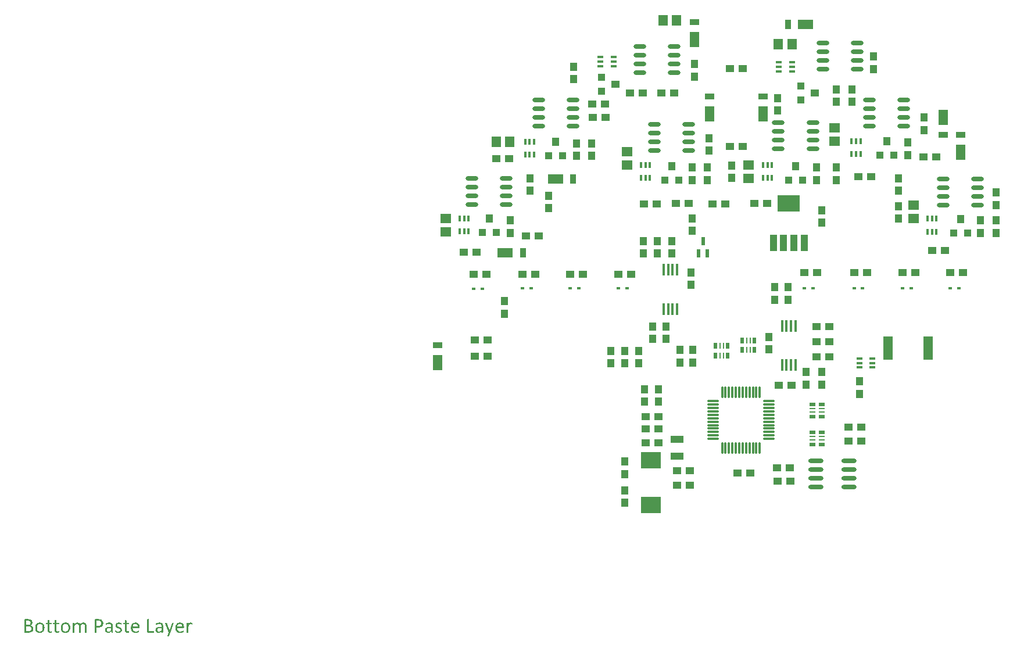
<source format=gbp>
%FSLAX23Y23*%
%MOIN*%
G70*
G01*
G75*
G04 Layer_Color=128*
%ADD10C,0.008*%
%ADD11C,0.010*%
%ADD12C,0.009*%
%ADD13C,0.020*%
%ADD14C,0.015*%
%ADD15C,0.030*%
%ADD16C,0.025*%
%ADD17C,0.080*%
%ADD18R,0.080X0.080*%
%ADD19C,0.260*%
%ADD20C,0.270*%
%ADD21R,0.060X0.060*%
%ADD22C,0.060*%
%ADD23C,0.059*%
%ADD24R,0.059X0.059*%
%ADD25C,0.260*%
%ADD26C,0.197*%
%ADD27C,0.315*%
%ADD28C,0.028*%
%ADD29C,0.050*%
%ADD30C,0.030*%
%ADD31C,0.040*%
%ADD32C,0.040*%
%ADD33C,0.100*%
G04:AMPARAMS|DCode=34|XSize=98mil|YSize=98mil|CornerRadius=0mil|HoleSize=0mil|Usage=FLASHONLY|Rotation=0.000|XOffset=0mil|YOffset=0mil|HoleType=Round|Shape=Relief|Width=20mil|Gap=10mil|Entries=4|*
%AMTHD34*
7,0,0,0.098,0.078,0.020,45*
%
%ADD34THD34*%
%ADD35C,0.078*%
G04:AMPARAMS|DCode=36|XSize=210mil|YSize=210mil|CornerRadius=0mil|HoleSize=0mil|Usage=FLASHONLY|Rotation=0.000|XOffset=0mil|YOffset=0mil|HoleType=Round|Shape=Relief|Width=20mil|Gap=10mil|Entries=4|*
%AMTHD36*
7,0,0,0.210,0.190,0.020,45*
%
%ADD36THD36*%
%ADD37C,0.075*%
G04:AMPARAMS|DCode=38|XSize=95mil|YSize=95mil|CornerRadius=0mil|HoleSize=0mil|Usage=FLASHONLY|Rotation=0.000|XOffset=0mil|YOffset=0mil|HoleType=Round|Shape=Relief|Width=20mil|Gap=10mil|Entries=4|*
%AMTHD38*
7,0,0,0.095,0.075,0.020,45*
%
%ADD38THD38*%
%ADD39C,0.075*%
G04:AMPARAMS|DCode=40|XSize=95.433mil|YSize=95.433mil|CornerRadius=0mil|HoleSize=0mil|Usage=FLASHONLY|Rotation=0.000|XOffset=0mil|YOffset=0mil|HoleType=Round|Shape=Relief|Width=20mil|Gap=10mil|Entries=4|*
%AMTHD40*
7,0,0,0.095,0.075,0.020,45*
%
%ADD40THD40*%
%ADD41C,0.070*%
G04:AMPARAMS|DCode=42|XSize=90mil|YSize=90mil|CornerRadius=0mil|HoleSize=0mil|Usage=FLASHONLY|Rotation=0.000|XOffset=0mil|YOffset=0mil|HoleType=Round|Shape=Relief|Width=20mil|Gap=10mil|Entries=4|*
%AMTHD42*
7,0,0,0.090,0.070,0.020,45*
%
%ADD42THD42*%
%ADD43C,0.300*%
%ADD44C,0.237*%
%ADD45C,0.355*%
%ADD46C,0.051*%
%ADD47C,0.068*%
%ADD48C,0.052*%
%ADD49C,0.007*%
%ADD50C,0.190*%
%ADD51R,0.014X0.067*%
%ADD52R,0.035X0.014*%
%ADD53R,0.020X0.049*%
%ADD54R,0.040X0.050*%
%ADD55R,0.040X0.040*%
%ADD56R,0.039X0.094*%
%ADD57R,0.130X0.094*%
%ADD58O,0.087X0.024*%
%ADD59O,0.073X0.024*%
%ADD60R,0.024X0.016*%
%ADD61R,0.055X0.138*%
%ADD62R,0.059X0.057*%
%ADD63R,0.043X0.045*%
%ADD64R,0.035X0.055*%
%ADD65R,0.087X0.055*%
%ADD66R,0.118X0.098*%
%ADD67O,0.012X0.069*%
%ADD68O,0.069X0.012*%
%ADD69R,0.075X0.043*%
%ADD70R,0.033X0.021*%
%ADD71R,0.033X0.010*%
%ADD72R,0.045X0.043*%
%ADD73R,0.055X0.035*%
%ADD74R,0.055X0.087*%
%ADD75R,0.014X0.035*%
%ADD76R,0.057X0.059*%
%ADD77R,0.050X0.040*%
%ADD78R,0.040X0.040*%
%ADD79R,0.021X0.033*%
%ADD80R,0.010X0.033*%
%ADD81C,0.012*%
%ADD82C,0.004*%
%ADD83C,0.008*%
%ADD84C,0.001*%
%ADD85C,0.006*%
%ADD86C,0.088*%
%ADD87R,0.088X0.088*%
%ADD88C,0.268*%
%ADD89C,0.278*%
%ADD90R,0.068X0.068*%
%ADD91C,0.067*%
%ADD92R,0.067X0.067*%
%ADD93C,0.103*%
%ADD94C,0.268*%
%ADD95C,0.205*%
%ADD96C,0.323*%
%ADD97C,0.036*%
%ADD98C,0.058*%
%ADD99R,0.022X0.075*%
%ADD100R,0.043X0.022*%
%ADD101R,0.028X0.057*%
%ADD102R,0.048X0.058*%
%ADD103R,0.048X0.048*%
%ADD104R,0.047X0.102*%
%ADD105R,0.138X0.102*%
%ADD106O,0.095X0.032*%
%ADD107O,0.081X0.032*%
%ADD108R,0.032X0.024*%
%ADD109R,0.063X0.146*%
%ADD110R,0.067X0.065*%
%ADD111R,0.051X0.053*%
%ADD112R,0.043X0.063*%
%ADD113R,0.095X0.063*%
%ADD114R,0.126X0.106*%
%ADD115O,0.020X0.077*%
%ADD116O,0.077X0.020*%
%ADD117R,0.083X0.051*%
%ADD118R,0.041X0.029*%
%ADD119R,0.041X0.018*%
%ADD120R,0.053X0.051*%
%ADD121R,0.063X0.043*%
%ADD122R,0.063X0.095*%
%ADD123R,0.022X0.043*%
%ADD124R,0.065X0.067*%
%ADD125R,0.058X0.048*%
%ADD126R,0.048X0.048*%
%ADD127R,0.029X0.041*%
%ADD128R,0.018X0.041*%
G36*
X4800Y-1638D02*
X4800D01*
X4800Y-1639D01*
X4799Y-1639D01*
X4799Y-1639D01*
X4799D01*
X4798Y-1639D01*
X4798Y-1639D01*
Y-1639D01*
X4798Y-1640D01*
Y-1640D01*
Y-1640D01*
Y-1653D01*
X4790D01*
X4790Y-1653D01*
X4789Y-1653D01*
X4789D01*
X4789Y-1654D01*
X4789Y-1654D01*
Y-1654D01*
X4788Y-1654D01*
Y-1655D01*
X4788Y-1655D01*
Y-1655D01*
X4788Y-1656D01*
Y-1656D01*
Y-1657D01*
Y-1657D01*
X4788Y-1659D01*
X4788Y-1659D01*
X4789Y-1660D01*
Y-1660D01*
X4789Y-1661D01*
X4790Y-1661D01*
X4790Y-1661D01*
X4798D01*
Y-1693D01*
Y-1694D01*
X4798Y-1696D01*
X4798Y-1697D01*
X4798Y-1698D01*
X4798Y-1699D01*
X4798Y-1700D01*
X4799Y-1701D01*
Y-1701D01*
X4799Y-1703D01*
X4800Y-1704D01*
X4800Y-1705D01*
X4801Y-1706D01*
X4801Y-1706D01*
X4801Y-1707D01*
X4801Y-1707D01*
X4803Y-1708D01*
X4805Y-1709D01*
X4805Y-1710D01*
X4806Y-1710D01*
X4806Y-1710D01*
X4806D01*
X4809Y-1711D01*
X4810Y-1711D01*
X4811Y-1711D01*
X4812Y-1711D01*
X4814D01*
X4815Y-1711D01*
X4816Y-1711D01*
X4816D01*
X4817Y-1711D01*
X4818Y-1710D01*
X4819Y-1710D01*
X4819D01*
X4820Y-1710D01*
X4820Y-1710D01*
X4821Y-1710D01*
X4821D01*
X4822Y-1709D01*
X4822Y-1709D01*
X4822Y-1709D01*
X4822D01*
X4823Y-1708D01*
X4823Y-1708D01*
X4823Y-1708D01*
Y-1707D01*
X4823Y-1706D01*
X4823Y-1706D01*
Y-1705D01*
Y-1705D01*
Y-1704D01*
Y-1703D01*
X4823Y-1703D01*
Y-1703D01*
X4823Y-1702D01*
X4823Y-1702D01*
Y-1702D01*
X4823Y-1701D01*
X4823Y-1701D01*
X4822Y-1701D01*
X4822D01*
X4821Y-1701D01*
X4821Y-1701D01*
X4821D01*
X4820Y-1702D01*
X4820Y-1702D01*
X4819Y-1702D01*
X4819Y-1702D01*
X4818Y-1702D01*
X4818Y-1702D01*
X4817D01*
X4817Y-1703D01*
X4815D01*
X4814Y-1702D01*
X4812Y-1702D01*
X4811Y-1702D01*
X4810Y-1701D01*
X4810Y-1701D01*
X4809Y-1700D01*
X4809Y-1700D01*
X4809Y-1700D01*
X4809Y-1698D01*
X4808Y-1697D01*
X4808Y-1694D01*
Y-1693D01*
X4808Y-1692D01*
Y-1692D01*
Y-1691D01*
Y-1661D01*
X4821D01*
X4822Y-1661D01*
X4822Y-1661D01*
X4823Y-1660D01*
X4823Y-1660D01*
X4823Y-1659D01*
X4823Y-1658D01*
Y-1658D01*
Y-1657D01*
Y-1657D01*
Y-1656D01*
Y-1656D01*
X4823Y-1655D01*
Y-1655D01*
X4823Y-1655D01*
X4823Y-1654D01*
X4823Y-1654D01*
Y-1654D01*
X4822Y-1653D01*
X4822Y-1653D01*
X4822D01*
X4822Y-1653D01*
X4808D01*
Y-1640D01*
X4807Y-1640D01*
X4807Y-1639D01*
X4807Y-1639D01*
X4807Y-1639D01*
X4806D01*
X4806Y-1639D01*
X4805Y-1639D01*
X4805Y-1638D01*
X4805D01*
X4804Y-1638D01*
X4801D01*
X4800Y-1638D01*
D02*
G37*
G36*
X5202D02*
X5202D01*
X5202Y-1639D01*
X5201Y-1639D01*
X5201Y-1639D01*
X5201D01*
X5200Y-1639D01*
X5200Y-1639D01*
Y-1639D01*
X5200Y-1640D01*
Y-1640D01*
Y-1640D01*
Y-1653D01*
X5192D01*
X5192Y-1653D01*
X5191Y-1653D01*
X5191D01*
X5191Y-1654D01*
X5191Y-1654D01*
Y-1654D01*
X5191Y-1654D01*
Y-1655D01*
X5190Y-1655D01*
Y-1655D01*
X5190Y-1656D01*
Y-1656D01*
Y-1657D01*
Y-1657D01*
X5190Y-1659D01*
X5191Y-1659D01*
X5191Y-1660D01*
Y-1660D01*
X5191Y-1661D01*
X5192Y-1661D01*
X5192Y-1661D01*
X5200D01*
Y-1693D01*
Y-1694D01*
X5200Y-1696D01*
X5200Y-1697D01*
X5200Y-1698D01*
X5200Y-1699D01*
X5201Y-1700D01*
X5201Y-1701D01*
Y-1701D01*
X5201Y-1703D01*
X5202Y-1704D01*
X5202Y-1705D01*
X5203Y-1706D01*
X5203Y-1706D01*
X5203Y-1707D01*
X5203Y-1707D01*
X5205Y-1708D01*
X5207Y-1709D01*
X5207Y-1710D01*
X5208Y-1710D01*
X5208Y-1710D01*
X5208D01*
X5211Y-1711D01*
X5212Y-1711D01*
X5213Y-1711D01*
X5214Y-1711D01*
X5216D01*
X5217Y-1711D01*
X5218Y-1711D01*
X5218D01*
X5219Y-1711D01*
X5220Y-1710D01*
X5221Y-1710D01*
X5221D01*
X5222Y-1710D01*
X5222Y-1710D01*
X5223Y-1710D01*
X5223D01*
X5224Y-1709D01*
X5224Y-1709D01*
X5224Y-1709D01*
X5224D01*
X5225Y-1708D01*
X5225Y-1708D01*
X5225Y-1708D01*
Y-1707D01*
X5225Y-1706D01*
X5225Y-1706D01*
Y-1705D01*
Y-1705D01*
Y-1704D01*
Y-1703D01*
X5225Y-1703D01*
Y-1703D01*
X5225Y-1702D01*
X5225Y-1702D01*
Y-1702D01*
X5225Y-1701D01*
X5225Y-1701D01*
X5224Y-1701D01*
X5224D01*
X5223Y-1701D01*
X5223Y-1701D01*
X5223D01*
X5222Y-1702D01*
X5222Y-1702D01*
X5221Y-1702D01*
X5221Y-1702D01*
X5220Y-1702D01*
X5220Y-1702D01*
X5220D01*
X5219Y-1703D01*
X5217D01*
X5216Y-1702D01*
X5214Y-1702D01*
X5213Y-1702D01*
X5213Y-1701D01*
X5212Y-1701D01*
X5211Y-1700D01*
X5211Y-1700D01*
X5211Y-1700D01*
X5211Y-1698D01*
X5210Y-1697D01*
X5210Y-1694D01*
Y-1693D01*
X5210Y-1692D01*
Y-1692D01*
Y-1691D01*
Y-1661D01*
X5223D01*
X5224Y-1661D01*
X5225Y-1661D01*
X5225Y-1660D01*
X5225Y-1660D01*
X5225Y-1659D01*
X5225Y-1658D01*
Y-1658D01*
Y-1657D01*
Y-1657D01*
Y-1656D01*
Y-1656D01*
X5225Y-1655D01*
Y-1655D01*
X5225Y-1655D01*
X5225Y-1654D01*
X5225Y-1654D01*
Y-1654D01*
X5225Y-1653D01*
X5224Y-1653D01*
X5224D01*
X5224Y-1653D01*
X5210D01*
Y-1640D01*
X5210Y-1640D01*
X5209Y-1639D01*
X5209Y-1639D01*
X5209Y-1639D01*
X5209D01*
X5208Y-1639D01*
X5208Y-1639D01*
X5207Y-1638D01*
X5207D01*
X5206Y-1638D01*
X5203D01*
X5202Y-1638D01*
D02*
G37*
G36*
X5031Y-1633D02*
X5030Y-1633D01*
X5030Y-1633D01*
X5030Y-1634D01*
X5029Y-1634D01*
X5028Y-1636D01*
X5028Y-1636D01*
Y-1637D01*
Y-1637D01*
Y-1709D01*
X5028Y-1709D01*
Y-1709D01*
Y-1709D01*
X5029Y-1710D01*
X5029Y-1710D01*
X5029D01*
X5030Y-1710D01*
X5031Y-1710D01*
X5031D01*
X5032Y-1710D01*
X5033Y-1710D01*
X5034D01*
X5035Y-1710D01*
X5036Y-1710D01*
X5036D01*
X5036Y-1710D01*
X5037D01*
X5037Y-1710D01*
X5037D01*
X5038Y-1710D01*
X5038Y-1710D01*
X5038Y-1709D01*
X5039Y-1709D01*
Y-1709D01*
Y-1681D01*
X5047D01*
X5050Y-1680D01*
X5052Y-1680D01*
X5054Y-1680D01*
X5056Y-1680D01*
X5058Y-1679D01*
X5059Y-1679D01*
X5059Y-1679D01*
X5060D01*
X5062Y-1678D01*
X5063Y-1677D01*
X5065Y-1677D01*
X5066Y-1676D01*
X5067Y-1675D01*
X5068Y-1674D01*
X5068Y-1674D01*
X5069Y-1674D01*
X5070Y-1673D01*
X5071Y-1671D01*
X5072Y-1670D01*
X5073Y-1668D01*
X5073Y-1667D01*
X5074Y-1667D01*
X5074Y-1666D01*
X5074Y-1666D01*
X5075Y-1664D01*
X5075Y-1662D01*
X5076Y-1660D01*
X5076Y-1659D01*
X5076Y-1657D01*
X5076Y-1656D01*
Y-1655D01*
Y-1655D01*
X5076Y-1652D01*
X5076Y-1651D01*
X5075Y-1650D01*
X5075Y-1649D01*
X5075Y-1648D01*
X5075Y-1647D01*
Y-1647D01*
X5074Y-1645D01*
X5073Y-1644D01*
X5073Y-1643D01*
X5072Y-1642D01*
X5072Y-1641D01*
X5071Y-1641D01*
X5071Y-1641D01*
X5069Y-1639D01*
X5068Y-1637D01*
X5067Y-1637D01*
X5066Y-1636D01*
X5066Y-1636D01*
X5066Y-1636D01*
X5063Y-1635D01*
X5062Y-1634D01*
X5061Y-1634D01*
X5060Y-1634D01*
X5060Y-1634D01*
X5059Y-1634D01*
X5059D01*
X5057Y-1633D01*
X5056Y-1633D01*
X5055Y-1633D01*
X5055Y-1633D01*
X5054Y-1633D01*
X5054D01*
X5052Y-1633D01*
X5050Y-1632D01*
X5032D01*
X5031Y-1633D01*
D02*
G37*
G36*
X4759Y-1638D02*
X4759D01*
X4758Y-1639D01*
X4758Y-1639D01*
X4758Y-1639D01*
X4758D01*
X4757Y-1639D01*
X4757Y-1639D01*
Y-1639D01*
X4757Y-1640D01*
Y-1640D01*
Y-1640D01*
Y-1653D01*
X4749D01*
X4748Y-1653D01*
X4748Y-1653D01*
X4748D01*
X4748Y-1654D01*
X4747Y-1654D01*
Y-1654D01*
X4747Y-1654D01*
Y-1655D01*
X4747Y-1655D01*
Y-1655D01*
X4747Y-1656D01*
Y-1656D01*
Y-1657D01*
Y-1657D01*
X4747Y-1659D01*
X4747Y-1659D01*
X4747Y-1660D01*
Y-1660D01*
X4748Y-1661D01*
X4748Y-1661D01*
X4749Y-1661D01*
X4757D01*
Y-1693D01*
Y-1694D01*
X4757Y-1696D01*
X4757Y-1697D01*
X4757Y-1698D01*
X4757Y-1699D01*
X4757Y-1700D01*
X4757Y-1701D01*
Y-1701D01*
X4758Y-1703D01*
X4759Y-1704D01*
X4759Y-1705D01*
X4760Y-1706D01*
X4760Y-1706D01*
X4760Y-1707D01*
X4760Y-1707D01*
X4762Y-1708D01*
X4763Y-1709D01*
X4764Y-1710D01*
X4765Y-1710D01*
X4765Y-1710D01*
X4765D01*
X4767Y-1711D01*
X4769Y-1711D01*
X4770Y-1711D01*
X4771Y-1711D01*
X4773D01*
X4774Y-1711D01*
X4775Y-1711D01*
X4775D01*
X4776Y-1711D01*
X4777Y-1710D01*
X4777Y-1710D01*
X4778D01*
X4778Y-1710D01*
X4779Y-1710D01*
X4780Y-1710D01*
X4780D01*
X4780Y-1709D01*
X4781Y-1709D01*
X4781Y-1709D01*
X4781D01*
X4782Y-1708D01*
X4782Y-1708D01*
X4782Y-1708D01*
Y-1707D01*
X4782Y-1706D01*
X4782Y-1706D01*
Y-1705D01*
Y-1705D01*
Y-1704D01*
Y-1703D01*
X4782Y-1703D01*
Y-1703D01*
X4782Y-1702D01*
X4782Y-1702D01*
Y-1702D01*
X4782Y-1701D01*
X4781Y-1701D01*
X4781Y-1701D01*
X4781D01*
X4780Y-1701D01*
X4780Y-1701D01*
X4780D01*
X4779Y-1702D01*
X4778Y-1702D01*
X4778Y-1702D01*
X4778Y-1702D01*
X4777Y-1702D01*
X4776Y-1702D01*
X4776D01*
X4776Y-1703D01*
X4774D01*
X4772Y-1702D01*
X4771Y-1702D01*
X4770Y-1702D01*
X4769Y-1701D01*
X4769Y-1701D01*
X4768Y-1700D01*
X4768Y-1700D01*
X4768Y-1700D01*
X4767Y-1698D01*
X4767Y-1697D01*
X4767Y-1694D01*
Y-1693D01*
X4766Y-1692D01*
Y-1692D01*
Y-1691D01*
Y-1661D01*
X4780D01*
X4781Y-1661D01*
X4781Y-1661D01*
X4782Y-1660D01*
X4782Y-1660D01*
X4782Y-1659D01*
X4782Y-1658D01*
Y-1658D01*
Y-1657D01*
Y-1657D01*
Y-1656D01*
Y-1656D01*
X4782Y-1655D01*
Y-1655D01*
X4782Y-1655D01*
X4782Y-1654D01*
X4782Y-1654D01*
Y-1654D01*
X4781Y-1653D01*
X4781Y-1653D01*
X4781D01*
X4780Y-1653D01*
X4766D01*
Y-1640D01*
X4766Y-1640D01*
X4766Y-1639D01*
X4766Y-1639D01*
X4766Y-1639D01*
X4765D01*
X4765Y-1639D01*
X4764Y-1639D01*
X4764Y-1638D01*
X4764D01*
X4763Y-1638D01*
X4760D01*
X4759Y-1638D01*
D02*
G37*
G36*
X5259Y-1652D02*
X5257Y-1652D01*
X5255Y-1653D01*
X5253Y-1653D01*
X5252Y-1653D01*
X5251Y-1654D01*
X5250Y-1654D01*
X5250Y-1654D01*
X5248Y-1655D01*
X5247Y-1656D01*
X5245Y-1657D01*
X5244Y-1658D01*
X5243Y-1659D01*
X5242Y-1659D01*
X5242Y-1660D01*
X5242Y-1660D01*
X5241Y-1661D01*
X5240Y-1663D01*
X5239Y-1665D01*
X5238Y-1666D01*
X5237Y-1667D01*
X5237Y-1668D01*
X5237Y-1669D01*
X5237Y-1669D01*
X5236Y-1671D01*
X5236Y-1674D01*
X5235Y-1676D01*
X5235Y-1678D01*
X5235Y-1679D01*
X5235Y-1681D01*
Y-1682D01*
Y-1682D01*
Y-1682D01*
X5235Y-1684D01*
X5235Y-1687D01*
X5235Y-1689D01*
X5236Y-1691D01*
X5236Y-1693D01*
X5236Y-1694D01*
X5237Y-1694D01*
Y-1695D01*
X5237Y-1697D01*
X5238Y-1698D01*
X5239Y-1700D01*
X5240Y-1701D01*
X5241Y-1702D01*
X5241Y-1703D01*
X5242Y-1704D01*
X5242Y-1704D01*
X5243Y-1705D01*
X5245Y-1706D01*
X5246Y-1707D01*
X5247Y-1708D01*
X5248Y-1708D01*
X5249Y-1709D01*
X5250Y-1709D01*
X5250Y-1709D01*
X5252Y-1710D01*
X5254Y-1710D01*
X5256Y-1711D01*
X5258Y-1711D01*
X5259Y-1711D01*
X5261Y-1711D01*
X5262D01*
X5265Y-1711D01*
X5266D01*
X5267Y-1711D01*
X5268Y-1711D01*
X5269D01*
X5269Y-1711D01*
X5269D01*
X5271Y-1710D01*
X5273Y-1710D01*
X5273Y-1710D01*
X5274Y-1710D01*
X5275Y-1709D01*
X5275Y-1709D01*
X5275D01*
X5277Y-1709D01*
X5278Y-1708D01*
X5279Y-1708D01*
X5279Y-1708D01*
X5279Y-1708D01*
X5279D01*
X5280Y-1707D01*
X5281Y-1707D01*
X5281Y-1707D01*
X5282Y-1706D01*
X5282Y-1706D01*
X5282Y-1706D01*
X5282Y-1705D01*
X5282Y-1705D01*
Y-1704D01*
Y-1704D01*
X5282Y-1703D01*
Y-1703D01*
Y-1703D01*
Y-1702D01*
Y-1702D01*
X5282Y-1701D01*
Y-1701D01*
X5282Y-1700D01*
X5282Y-1700D01*
Y-1700D01*
X5282Y-1699D01*
X5282Y-1699D01*
X5281D01*
X5281Y-1699D01*
X5281D01*
X5280Y-1699D01*
X5279Y-1699D01*
X5279Y-1700D01*
X5279Y-1700D01*
X5279D01*
X5277Y-1700D01*
X5276Y-1701D01*
X5275Y-1701D01*
X5275Y-1701D01*
X5275D01*
X5273Y-1702D01*
X5271Y-1702D01*
X5271Y-1702D01*
X5270Y-1702D01*
X5270Y-1703D01*
X5270D01*
X5267Y-1703D01*
X5265Y-1703D01*
X5264Y-1703D01*
X5261D01*
X5259Y-1703D01*
X5258Y-1703D01*
X5257Y-1702D01*
X5256Y-1702D01*
X5255Y-1702D01*
X5255Y-1702D01*
X5254D01*
X5252Y-1701D01*
X5251Y-1700D01*
X5251Y-1699D01*
X5250Y-1699D01*
X5250Y-1698D01*
X5249Y-1698D01*
X5249Y-1698D01*
X5248Y-1696D01*
X5247Y-1694D01*
X5246Y-1693D01*
X5246Y-1692D01*
X5246Y-1692D01*
Y-1692D01*
X5246Y-1689D01*
X5245Y-1688D01*
Y-1686D01*
X5245Y-1685D01*
Y-1684D01*
Y-1684D01*
Y-1683D01*
X5281D01*
X5282Y-1683D01*
X5283Y-1683D01*
X5283Y-1683D01*
X5283Y-1683D01*
X5284Y-1682D01*
X5284Y-1680D01*
X5285Y-1680D01*
Y-1679D01*
Y-1679D01*
Y-1677D01*
Y-1675D01*
X5284Y-1674D01*
X5284Y-1672D01*
X5284Y-1670D01*
X5284Y-1669D01*
X5284Y-1668D01*
X5283Y-1668D01*
Y-1668D01*
X5283Y-1666D01*
X5282Y-1664D01*
X5281Y-1663D01*
X5281Y-1662D01*
X5280Y-1661D01*
X5279Y-1660D01*
X5279Y-1660D01*
X5279Y-1659D01*
X5278Y-1658D01*
X5277Y-1657D01*
X5275Y-1656D01*
X5274Y-1655D01*
X5273Y-1655D01*
X5272Y-1654D01*
X5272Y-1654D01*
X5272Y-1654D01*
X5270Y-1653D01*
X5268Y-1653D01*
X5266Y-1652D01*
X5264Y-1652D01*
X5263Y-1652D01*
X5262Y-1652D01*
X5261D01*
X5259Y-1652D01*
D02*
G37*
G36*
X5514D02*
X5512Y-1652D01*
X5510Y-1653D01*
X5508Y-1653D01*
X5507Y-1653D01*
X5506Y-1654D01*
X5505Y-1654D01*
X5505Y-1654D01*
X5503Y-1655D01*
X5502Y-1656D01*
X5500Y-1657D01*
X5499Y-1658D01*
X5498Y-1659D01*
X5497Y-1659D01*
X5497Y-1660D01*
X5497Y-1660D01*
X5496Y-1661D01*
X5494Y-1663D01*
X5494Y-1665D01*
X5493Y-1666D01*
X5492Y-1667D01*
X5492Y-1668D01*
X5492Y-1669D01*
X5492Y-1669D01*
X5491Y-1671D01*
X5491Y-1674D01*
X5490Y-1676D01*
X5490Y-1678D01*
X5490Y-1679D01*
X5490Y-1681D01*
Y-1682D01*
Y-1682D01*
Y-1682D01*
X5490Y-1684D01*
X5490Y-1687D01*
X5490Y-1689D01*
X5491Y-1691D01*
X5491Y-1693D01*
X5491Y-1694D01*
X5492Y-1694D01*
Y-1695D01*
X5492Y-1697D01*
X5493Y-1698D01*
X5494Y-1700D01*
X5495Y-1701D01*
X5496Y-1702D01*
X5496Y-1703D01*
X5497Y-1704D01*
X5497Y-1704D01*
X5498Y-1705D01*
X5499Y-1706D01*
X5501Y-1707D01*
X5502Y-1708D01*
X5503Y-1708D01*
X5504Y-1709D01*
X5505Y-1709D01*
X5505Y-1709D01*
X5507Y-1710D01*
X5509Y-1710D01*
X5511Y-1711D01*
X5513Y-1711D01*
X5514Y-1711D01*
X5516Y-1711D01*
X5517D01*
X5520Y-1711D01*
X5521D01*
X5522Y-1711D01*
X5523Y-1711D01*
X5523D01*
X5524Y-1711D01*
X5524D01*
X5526Y-1710D01*
X5528Y-1710D01*
X5528Y-1710D01*
X5529Y-1710D01*
X5530Y-1709D01*
X5530Y-1709D01*
X5530D01*
X5532Y-1709D01*
X5533Y-1708D01*
X5534Y-1708D01*
X5534Y-1708D01*
X5534Y-1708D01*
X5534D01*
X5535Y-1707D01*
X5536Y-1707D01*
X5536Y-1707D01*
X5537Y-1706D01*
X5537Y-1706D01*
X5537Y-1706D01*
X5537Y-1705D01*
X5537Y-1705D01*
Y-1704D01*
Y-1704D01*
X5537Y-1703D01*
Y-1703D01*
Y-1703D01*
Y-1702D01*
Y-1702D01*
X5537Y-1701D01*
Y-1701D01*
X5537Y-1700D01*
X5537Y-1700D01*
Y-1700D01*
X5537Y-1699D01*
X5537Y-1699D01*
X5536D01*
X5536Y-1699D01*
X5536D01*
X5535Y-1699D01*
X5534Y-1699D01*
X5534Y-1700D01*
X5534Y-1700D01*
X5533D01*
X5532Y-1700D01*
X5531Y-1701D01*
X5530Y-1701D01*
X5530Y-1701D01*
X5530D01*
X5528Y-1702D01*
X5526Y-1702D01*
X5526Y-1702D01*
X5525Y-1702D01*
X5525Y-1703D01*
X5525D01*
X5522Y-1703D01*
X5520Y-1703D01*
X5519Y-1703D01*
X5516D01*
X5514Y-1703D01*
X5513Y-1703D01*
X5512Y-1702D01*
X5511Y-1702D01*
X5510Y-1702D01*
X5510Y-1702D01*
X5509D01*
X5507Y-1701D01*
X5506Y-1700D01*
X5506Y-1699D01*
X5505Y-1699D01*
X5504Y-1698D01*
X5504Y-1698D01*
X5504Y-1698D01*
X5503Y-1696D01*
X5502Y-1694D01*
X5501Y-1693D01*
X5501Y-1692D01*
X5501Y-1692D01*
Y-1692D01*
X5501Y-1689D01*
X5500Y-1688D01*
Y-1686D01*
X5500Y-1685D01*
Y-1684D01*
Y-1684D01*
Y-1683D01*
X5536D01*
X5537Y-1683D01*
X5538Y-1683D01*
X5538Y-1683D01*
X5538Y-1683D01*
X5539Y-1682D01*
X5539Y-1680D01*
X5540Y-1680D01*
Y-1679D01*
Y-1679D01*
Y-1677D01*
Y-1675D01*
X5539Y-1674D01*
X5539Y-1672D01*
X5539Y-1670D01*
X5539Y-1669D01*
X5538Y-1668D01*
X5538Y-1668D01*
Y-1668D01*
X5538Y-1666D01*
X5537Y-1664D01*
X5536Y-1663D01*
X5536Y-1662D01*
X5535Y-1661D01*
X5534Y-1660D01*
X5534Y-1660D01*
X5534Y-1659D01*
X5533Y-1658D01*
X5532Y-1657D01*
X5530Y-1656D01*
X5529Y-1655D01*
X5528Y-1655D01*
X5527Y-1654D01*
X5527Y-1654D01*
X5527Y-1654D01*
X5525Y-1653D01*
X5523Y-1653D01*
X5521Y-1652D01*
X5519Y-1652D01*
X5518Y-1652D01*
X5517Y-1652D01*
X5516D01*
X5514Y-1652D01*
D02*
G37*
G36*
X5332Y-1632D02*
X5331Y-1632D01*
X5331D01*
X5330Y-1632D01*
X5330Y-1633D01*
X5330Y-1633D01*
X5329D01*
X5329Y-1633D01*
X5329Y-1633D01*
Y-1633D01*
X5328Y-1634D01*
Y-1634D01*
Y-1634D01*
Y-1706D01*
X5329Y-1707D01*
X5329Y-1708D01*
X5329Y-1709D01*
X5330Y-1709D01*
X5331Y-1710D01*
X5331Y-1710D01*
X5332Y-1710D01*
X5367D01*
X5367Y-1710D01*
X5367D01*
X5368Y-1709D01*
X5368Y-1709D01*
Y-1709D01*
X5368Y-1708D01*
X5369Y-1708D01*
Y-1708D01*
X5369Y-1707D01*
Y-1706D01*
Y-1706D01*
Y-1706D01*
Y-1705D01*
Y-1704D01*
X5369Y-1704D01*
Y-1704D01*
X5368Y-1703D01*
X5368Y-1703D01*
X5368Y-1702D01*
Y-1702D01*
X5368Y-1702D01*
X5368Y-1701D01*
X5367D01*
X5367Y-1701D01*
X5339D01*
Y-1634D01*
X5339Y-1633D01*
X5338Y-1633D01*
X5338Y-1633D01*
X5338Y-1633D01*
X5338Y-1633D01*
X5338D01*
X5337Y-1633D01*
X5337Y-1632D01*
X5336Y-1632D01*
X5336D01*
X5335Y-1632D01*
X5334Y-1632D01*
X5333D01*
X5332Y-1632D01*
D02*
G37*
G36*
X4627Y-1633D02*
X4626Y-1633D01*
X4625Y-1633D01*
X4625Y-1633D01*
X4624Y-1634D01*
X4624Y-1635D01*
X4624Y-1636D01*
Y-1637D01*
Y-1637D01*
Y-1706D01*
X4624Y-1707D01*
X4624Y-1708D01*
X4625Y-1709D01*
X4625Y-1709D01*
X4626Y-1710D01*
X4627Y-1710D01*
X4627Y-1710D01*
X4649D01*
X4651Y-1710D01*
X4652D01*
X4653Y-1710D01*
X4654Y-1710D01*
X4655D01*
X4655Y-1709D01*
X4656D01*
X4658Y-1709D01*
X4659Y-1708D01*
X4660Y-1708D01*
X4661Y-1708D01*
X4661Y-1708D01*
X4662Y-1708D01*
X4662D01*
X4664Y-1707D01*
X4665Y-1706D01*
X4666Y-1706D01*
X4666Y-1705D01*
X4667Y-1705D01*
X4667Y-1705D01*
X4667Y-1704D01*
X4669Y-1703D01*
X4670Y-1702D01*
X4671Y-1701D01*
X4671Y-1701D01*
X4671Y-1700D01*
X4671Y-1700D01*
X4673Y-1698D01*
X4673Y-1696D01*
X4674Y-1696D01*
X4674Y-1695D01*
X4674Y-1695D01*
Y-1695D01*
X4675Y-1692D01*
X4675Y-1691D01*
X4675Y-1690D01*
X4675Y-1689D01*
Y-1688D01*
Y-1688D01*
Y-1688D01*
X4675Y-1685D01*
X4675Y-1684D01*
X4674Y-1683D01*
X4674Y-1682D01*
X4674Y-1681D01*
X4674Y-1681D01*
Y-1681D01*
X4673Y-1678D01*
X4672Y-1677D01*
X4672Y-1677D01*
X4671Y-1676D01*
X4671Y-1675D01*
X4671Y-1675D01*
X4670Y-1675D01*
X4669Y-1673D01*
X4667Y-1672D01*
X4667Y-1671D01*
X4666Y-1671D01*
X4666Y-1671D01*
X4666D01*
X4664Y-1670D01*
X4662Y-1669D01*
X4661Y-1669D01*
X4660Y-1669D01*
X4660Y-1669D01*
X4660D01*
X4662Y-1668D01*
X4663Y-1667D01*
X4663Y-1666D01*
X4664Y-1666D01*
X4664Y-1666D01*
X4664D01*
X4666Y-1665D01*
X4667Y-1663D01*
X4667Y-1662D01*
X4667Y-1662D01*
Y-1662D01*
X4668Y-1660D01*
X4669Y-1659D01*
X4669Y-1658D01*
X4669Y-1658D01*
X4669Y-1658D01*
Y-1657D01*
X4670Y-1655D01*
X4670Y-1654D01*
X4670Y-1653D01*
Y-1653D01*
Y-1652D01*
Y-1652D01*
Y-1650D01*
X4670Y-1649D01*
X4670Y-1648D01*
X4669Y-1646D01*
X4669Y-1645D01*
X4669Y-1645D01*
X4669Y-1644D01*
X4669Y-1644D01*
X4668Y-1643D01*
X4667Y-1641D01*
X4667Y-1640D01*
X4666Y-1639D01*
X4665Y-1639D01*
X4665Y-1638D01*
X4664Y-1638D01*
X4664Y-1638D01*
X4663Y-1637D01*
X4662Y-1636D01*
X4659Y-1635D01*
X4658Y-1634D01*
X4657Y-1634D01*
X4657Y-1634D01*
X4657D01*
X4655Y-1633D01*
X4653Y-1633D01*
X4651Y-1633D01*
X4649Y-1633D01*
X4648Y-1632D01*
X4628D01*
X4627Y-1633D01*
D02*
G37*
G36*
X5396Y-1652D02*
X5395Y-1652D01*
X5394D01*
X5393Y-1652D01*
X5393Y-1652D01*
X5392Y-1653D01*
X5392D01*
X5390Y-1653D01*
X5389Y-1653D01*
X5388Y-1653D01*
X5387Y-1654D01*
X5387Y-1654D01*
X5387Y-1654D01*
X5386D01*
X5385Y-1655D01*
X5383Y-1655D01*
X5383Y-1655D01*
X5382Y-1656D01*
X5382Y-1656D01*
X5382D01*
X5381Y-1657D01*
X5380Y-1657D01*
X5379Y-1658D01*
X5379Y-1658D01*
X5379Y-1658D01*
X5378Y-1659D01*
X5378Y-1659D01*
Y-1659D01*
X5378Y-1660D01*
Y-1661D01*
Y-1661D01*
Y-1662D01*
Y-1662D01*
Y-1662D01*
Y-1663D01*
Y-1663D01*
Y-1663D01*
X5378Y-1664D01*
X5378Y-1664D01*
Y-1665D01*
X5379Y-1665D01*
X5379Y-1665D01*
X5380Y-1665D01*
X5380D01*
X5381Y-1665D01*
X5381Y-1665D01*
X5382Y-1665D01*
X5382Y-1665D01*
X5383Y-1664D01*
X5385Y-1663D01*
X5385Y-1663D01*
X5385Y-1663D01*
X5386Y-1663D01*
X5386D01*
X5387Y-1662D01*
X5389Y-1661D01*
X5390Y-1661D01*
X5390Y-1661D01*
X5391Y-1661D01*
X5391D01*
X5393Y-1660D01*
X5395Y-1660D01*
X5396Y-1660D01*
X5397D01*
X5400Y-1660D01*
X5401Y-1660D01*
X5402Y-1660D01*
X5402Y-1660D01*
X5403Y-1661D01*
X5403Y-1661D01*
X5403D01*
X5405Y-1661D01*
X5406Y-1662D01*
X5407Y-1663D01*
X5407Y-1663D01*
Y-1663D01*
X5408Y-1664D01*
X5409Y-1666D01*
X5409Y-1666D01*
X5409Y-1667D01*
X5409Y-1667D01*
Y-1667D01*
X5410Y-1669D01*
X5410Y-1671D01*
X5410Y-1672D01*
Y-1672D01*
Y-1673D01*
Y-1673D01*
Y-1677D01*
X5400D01*
X5398Y-1677D01*
X5396Y-1677D01*
X5394Y-1677D01*
X5393Y-1678D01*
X5392Y-1678D01*
X5391Y-1678D01*
X5391D01*
X5389Y-1678D01*
X5387Y-1679D01*
X5386Y-1679D01*
X5385Y-1680D01*
X5384Y-1680D01*
X5383Y-1681D01*
X5383Y-1681D01*
X5382Y-1681D01*
X5381Y-1682D01*
X5380Y-1683D01*
X5379Y-1684D01*
X5379Y-1685D01*
X5378Y-1686D01*
X5377Y-1686D01*
X5377Y-1687D01*
X5377Y-1687D01*
X5377Y-1688D01*
X5376Y-1690D01*
X5376Y-1691D01*
X5376Y-1692D01*
X5376Y-1693D01*
X5375Y-1694D01*
Y-1695D01*
Y-1695D01*
X5376Y-1698D01*
X5376Y-1699D01*
X5376Y-1700D01*
X5376Y-1701D01*
X5377Y-1701D01*
X5377Y-1702D01*
Y-1702D01*
X5378Y-1704D01*
X5378Y-1705D01*
X5379Y-1705D01*
X5380Y-1706D01*
X5380Y-1707D01*
X5380Y-1707D01*
X5380Y-1707D01*
X5382Y-1708D01*
X5384Y-1709D01*
X5385Y-1710D01*
X5386Y-1710D01*
X5386Y-1710D01*
X5386D01*
X5389Y-1711D01*
X5390Y-1711D01*
X5391Y-1711D01*
X5392Y-1711D01*
X5394D01*
X5396Y-1711D01*
X5397Y-1711D01*
X5399Y-1711D01*
X5400Y-1710D01*
X5401Y-1710D01*
X5402Y-1709D01*
X5403Y-1709D01*
X5403Y-1709D01*
X5405Y-1708D01*
X5406Y-1707D01*
X5408Y-1706D01*
X5409Y-1705D01*
X5410Y-1705D01*
X5411Y-1704D01*
X5411Y-1703D01*
X5411Y-1703D01*
Y-1709D01*
X5411Y-1709D01*
X5411Y-1709D01*
X5411Y-1710D01*
X5412Y-1710D01*
X5412Y-1710D01*
X5413Y-1710D01*
X5413D01*
X5414Y-1710D01*
X5415Y-1710D01*
X5416D01*
X5417Y-1710D01*
X5418Y-1710D01*
X5418D01*
X5418Y-1710D01*
X5419Y-1710D01*
X5419Y-1710D01*
X5419D01*
X5419Y-1709D01*
X5420Y-1709D01*
Y-1709D01*
Y-1709D01*
Y-1672D01*
Y-1670D01*
X5420Y-1669D01*
X5419Y-1667D01*
X5419Y-1666D01*
X5419Y-1665D01*
X5419Y-1664D01*
X5418Y-1664D01*
Y-1664D01*
X5418Y-1662D01*
X5417Y-1661D01*
X5417Y-1660D01*
X5416Y-1659D01*
X5416Y-1658D01*
X5415Y-1658D01*
X5415Y-1657D01*
X5415Y-1657D01*
X5414Y-1656D01*
X5413Y-1655D01*
X5411Y-1654D01*
X5410Y-1654D01*
X5409Y-1654D01*
X5408Y-1653D01*
X5408D01*
X5407Y-1653D01*
X5405Y-1652D01*
X5403Y-1652D01*
X5402Y-1652D01*
X5400Y-1652D01*
X5398D01*
X5396Y-1652D01*
D02*
G37*
G36*
X5163Y-1652D02*
X5161Y-1652D01*
X5160Y-1653D01*
X5159Y-1653D01*
X5158Y-1653D01*
X5157Y-1653D01*
X5157D01*
X5155Y-1654D01*
X5154Y-1655D01*
X5153Y-1655D01*
X5152Y-1656D01*
X5152Y-1656D01*
X5151Y-1657D01*
X5151Y-1657D01*
X5150Y-1658D01*
X5149Y-1660D01*
X5148Y-1661D01*
X5148Y-1661D01*
X5148Y-1662D01*
Y-1662D01*
X5147Y-1664D01*
X5147Y-1666D01*
X5147Y-1667D01*
Y-1667D01*
Y-1668D01*
Y-1668D01*
X5147Y-1670D01*
X5147Y-1672D01*
X5147Y-1672D01*
X5147Y-1673D01*
X5147Y-1674D01*
X5148Y-1674D01*
Y-1674D01*
X5149Y-1676D01*
X5150Y-1677D01*
X5150Y-1678D01*
X5150Y-1678D01*
X5151Y-1678D01*
X5151Y-1679D01*
X5152Y-1680D01*
X5154Y-1681D01*
X5154Y-1681D01*
X5155Y-1681D01*
X5155Y-1682D01*
X5155D01*
X5157Y-1683D01*
X5158Y-1683D01*
X5159Y-1684D01*
X5160Y-1684D01*
X5160Y-1684D01*
X5160D01*
X5162Y-1685D01*
X5163Y-1685D01*
X5164Y-1686D01*
X5165Y-1686D01*
X5165Y-1686D01*
X5165D01*
X5167Y-1687D01*
X5168Y-1687D01*
X5169Y-1688D01*
X5169Y-1688D01*
X5169Y-1688D01*
X5169D01*
X5171Y-1689D01*
X5171Y-1690D01*
X5172Y-1691D01*
X5172Y-1691D01*
Y-1691D01*
X5173Y-1692D01*
X5173Y-1693D01*
X5174Y-1694D01*
Y-1694D01*
Y-1694D01*
Y-1695D01*
X5173Y-1696D01*
X5173Y-1697D01*
X5173Y-1698D01*
X5173Y-1698D01*
Y-1698D01*
X5172Y-1700D01*
X5171Y-1700D01*
X5171Y-1701D01*
X5171Y-1701D01*
X5170D01*
X5169Y-1702D01*
X5168Y-1702D01*
X5167Y-1703D01*
X5167Y-1703D01*
X5167D01*
X5165Y-1703D01*
X5164Y-1703D01*
X5162D01*
X5160Y-1703D01*
X5159Y-1703D01*
X5158Y-1703D01*
X5157D01*
X5157Y-1703D01*
X5156Y-1703D01*
X5156D01*
X5154Y-1702D01*
X5153Y-1701D01*
X5152Y-1701D01*
X5152Y-1701D01*
X5152Y-1701D01*
X5152D01*
X5151Y-1700D01*
X5150Y-1699D01*
X5149Y-1699D01*
X5149Y-1699D01*
X5148Y-1698D01*
X5147Y-1698D01*
X5147Y-1698D01*
X5147D01*
X5146Y-1698D01*
X5146Y-1698D01*
X5146D01*
X5146Y-1698D01*
X5146Y-1699D01*
X5145Y-1699D01*
Y-1699D01*
X5145Y-1699D01*
Y-1700D01*
X5145Y-1700D01*
Y-1700D01*
Y-1701D01*
Y-1702D01*
Y-1702D01*
Y-1702D01*
Y-1703D01*
X5145Y-1704D01*
X5145Y-1705D01*
Y-1705D01*
X5146Y-1706D01*
X5146Y-1706D01*
X5146Y-1707D01*
X5146Y-1707D01*
X5147Y-1707D01*
X5147Y-1708D01*
X5148Y-1708D01*
X5148Y-1708D01*
X5150Y-1709D01*
X5151Y-1709D01*
X5152Y-1709D01*
X5152Y-1710D01*
X5152D01*
X5154Y-1710D01*
X5155Y-1710D01*
X5156Y-1710D01*
X5156D01*
X5156Y-1711D01*
X5157D01*
X5158Y-1711D01*
X5160Y-1711D01*
X5161Y-1711D01*
X5164D01*
X5165Y-1711D01*
X5167Y-1711D01*
X5168Y-1711D01*
X5169Y-1710D01*
X5170Y-1710D01*
X5171Y-1710D01*
X5171D01*
X5172Y-1710D01*
X5173Y-1709D01*
X5175Y-1708D01*
X5176Y-1708D01*
X5176Y-1707D01*
X5177Y-1707D01*
X5177Y-1707D01*
X5177Y-1707D01*
X5179Y-1705D01*
X5181Y-1703D01*
X5181Y-1702D01*
X5181Y-1702D01*
X5182Y-1701D01*
Y-1701D01*
X5182Y-1700D01*
X5183Y-1699D01*
X5183Y-1698D01*
X5183Y-1696D01*
Y-1695D01*
X5183Y-1695D01*
Y-1694D01*
Y-1694D01*
X5183Y-1692D01*
X5183Y-1690D01*
X5183Y-1690D01*
X5182Y-1689D01*
X5182Y-1688D01*
X5182Y-1688D01*
Y-1688D01*
X5181Y-1686D01*
X5180Y-1685D01*
X5180Y-1684D01*
X5179Y-1684D01*
X5179Y-1684D01*
X5179Y-1684D01*
X5177Y-1682D01*
X5176Y-1681D01*
X5175Y-1681D01*
X5175Y-1681D01*
X5175Y-1681D01*
X5175D01*
X5173Y-1680D01*
X5171Y-1679D01*
X5171Y-1679D01*
X5170Y-1678D01*
X5170Y-1678D01*
X5170D01*
X5168Y-1678D01*
X5166Y-1677D01*
X5166Y-1677D01*
X5165Y-1676D01*
X5165Y-1676D01*
X5165D01*
X5163Y-1676D01*
X5161Y-1675D01*
X5161Y-1675D01*
X5161Y-1674D01*
X5160Y-1674D01*
X5160D01*
X5159Y-1673D01*
X5158Y-1672D01*
X5157Y-1672D01*
X5157Y-1671D01*
X5156Y-1670D01*
X5156Y-1669D01*
X5156Y-1668D01*
Y-1668D01*
Y-1668D01*
Y-1667D01*
X5156Y-1666D01*
X5156Y-1665D01*
X5156Y-1665D01*
X5157Y-1664D01*
X5157Y-1663D01*
X5158Y-1663D01*
X5158Y-1662D01*
X5158Y-1662D01*
X5159Y-1661D01*
X5160Y-1661D01*
X5161Y-1660D01*
X5161Y-1660D01*
X5162D01*
X5163Y-1660D01*
X5164Y-1660D01*
X5165Y-1659D01*
X5166D01*
X5168Y-1660D01*
X5170Y-1660D01*
X5170Y-1660D01*
X5171Y-1660D01*
X5171Y-1660D01*
X5171D01*
X5172Y-1661D01*
X5174Y-1661D01*
X5174Y-1662D01*
X5175Y-1662D01*
X5176Y-1662D01*
X5177Y-1663D01*
X5177Y-1663D01*
X5177Y-1663D01*
X5178Y-1663D01*
X5178Y-1664D01*
X5179Y-1664D01*
X5179D01*
X5179Y-1664D01*
X5180D01*
X5180Y-1663D01*
X5180Y-1663D01*
X5180Y-1662D01*
X5180Y-1662D01*
Y-1662D01*
X5181Y-1661D01*
Y-1660D01*
Y-1660D01*
Y-1660D01*
Y-1659D01*
Y-1659D01*
X5180Y-1658D01*
Y-1658D01*
X5180Y-1657D01*
X5180Y-1657D01*
Y-1657D01*
X5180Y-1657D01*
X5180Y-1656D01*
X5180Y-1656D01*
X5179Y-1656D01*
X5179Y-1655D01*
X5179D01*
X5178Y-1655D01*
X5178Y-1655D01*
X5177Y-1654D01*
X5177Y-1654D01*
X5176Y-1654D01*
X5175Y-1654D01*
X5174Y-1653D01*
X5174Y-1653D01*
X5174D01*
X5173Y-1653D01*
X5172Y-1653D01*
X5171Y-1652D01*
X5171Y-1652D01*
X5170D01*
X5169Y-1652D01*
X5167Y-1652D01*
X5164D01*
X5163Y-1652D01*
D02*
G37*
G36*
X4926Y-1652D02*
X4924Y-1652D01*
X4923Y-1653D01*
X4922Y-1653D01*
X4921Y-1654D01*
X4920Y-1654D01*
X4919Y-1654D01*
X4919Y-1654D01*
X4917Y-1655D01*
X4916Y-1656D01*
X4914Y-1658D01*
X4913Y-1659D01*
X4912Y-1660D01*
X4911Y-1661D01*
X4910Y-1661D01*
X4910Y-1662D01*
Y-1655D01*
X4910Y-1654D01*
X4910Y-1654D01*
X4910Y-1654D01*
X4909Y-1653D01*
X4909Y-1653D01*
X4909D01*
X4909Y-1653D01*
X4908Y-1653D01*
X4908Y-1653D01*
X4908D01*
X4907Y-1653D01*
X4904D01*
X4904Y-1653D01*
X4903D01*
X4903Y-1653D01*
X4903Y-1653D01*
X4902Y-1653D01*
X4902D01*
X4902Y-1653D01*
X4902Y-1654D01*
X4901Y-1654D01*
X4901Y-1654D01*
Y-1654D01*
Y-1655D01*
Y-1709D01*
X4901Y-1709D01*
Y-1709D01*
X4902Y-1710D01*
X4902Y-1710D01*
X4902D01*
X4903Y-1710D01*
X4903Y-1710D01*
X4904D01*
X4904Y-1710D01*
X4907D01*
X4908Y-1710D01*
X4908D01*
X4909Y-1710D01*
X4910D01*
X4910Y-1710D01*
X4910D01*
X4911Y-1710D01*
X4911Y-1709D01*
X4911Y-1709D01*
Y-1709D01*
Y-1709D01*
Y-1671D01*
X4913Y-1669D01*
X4914Y-1668D01*
X4915Y-1666D01*
X4916Y-1665D01*
X4917Y-1664D01*
X4918Y-1664D01*
X4918Y-1663D01*
X4919Y-1663D01*
X4920Y-1662D01*
X4921Y-1662D01*
X4922Y-1661D01*
X4923Y-1661D01*
X4924Y-1661D01*
X4925Y-1660D01*
X4926D01*
X4927Y-1661D01*
X4929Y-1661D01*
X4930Y-1661D01*
X4930Y-1661D01*
X4930Y-1662D01*
X4930D01*
X4932Y-1663D01*
X4933Y-1664D01*
X4933Y-1664D01*
X4934Y-1665D01*
Y-1665D01*
X4935Y-1666D01*
X4935Y-1668D01*
X4935Y-1669D01*
X4936Y-1669D01*
X4936Y-1669D01*
Y-1670D01*
X4936Y-1672D01*
X4936Y-1674D01*
X4936Y-1675D01*
Y-1675D01*
Y-1676D01*
Y-1676D01*
Y-1709D01*
X4937Y-1709D01*
Y-1709D01*
X4937Y-1710D01*
X4937Y-1710D01*
X4937D01*
X4938Y-1710D01*
X4938D01*
X4939Y-1710D01*
X4939D01*
X4940Y-1710D01*
X4942D01*
X4943Y-1710D01*
X4944D01*
X4944Y-1710D01*
X4945D01*
X4945Y-1710D01*
X4945D01*
X4946Y-1710D01*
X4946Y-1709D01*
X4946Y-1709D01*
Y-1709D01*
Y-1709D01*
Y-1671D01*
X4948Y-1669D01*
X4949Y-1668D01*
X4950Y-1666D01*
X4951Y-1665D01*
X4952Y-1664D01*
X4953Y-1664D01*
X4954Y-1663D01*
X4954Y-1663D01*
X4955Y-1662D01*
X4956Y-1662D01*
X4957Y-1661D01*
X4958Y-1661D01*
X4959Y-1661D01*
X4960Y-1660D01*
X4961D01*
X4962Y-1661D01*
X4964Y-1661D01*
X4965Y-1661D01*
X4965Y-1661D01*
X4965Y-1662D01*
X4965D01*
X4967Y-1663D01*
X4968Y-1664D01*
X4968Y-1664D01*
X4969Y-1665D01*
Y-1665D01*
X4970Y-1666D01*
X4970Y-1668D01*
X4970Y-1669D01*
X4971Y-1669D01*
X4971Y-1669D01*
Y-1670D01*
X4971Y-1672D01*
X4971Y-1674D01*
X4971Y-1675D01*
Y-1675D01*
Y-1676D01*
Y-1676D01*
Y-1709D01*
X4971Y-1709D01*
Y-1709D01*
X4972Y-1710D01*
X4972Y-1710D01*
X4972D01*
X4973Y-1710D01*
X4973D01*
X4974Y-1710D01*
X4974D01*
X4975Y-1710D01*
X4977D01*
X4978Y-1710D01*
X4979D01*
X4979Y-1710D01*
X4980D01*
X4980Y-1710D01*
X4980D01*
X4981Y-1710D01*
X4981Y-1709D01*
X4981Y-1709D01*
Y-1709D01*
Y-1709D01*
Y-1674D01*
X4981Y-1671D01*
X4981Y-1670D01*
X4981Y-1668D01*
X4981Y-1667D01*
X4981Y-1667D01*
X4980Y-1666D01*
Y-1666D01*
X4980Y-1664D01*
X4979Y-1663D01*
X4979Y-1662D01*
X4978Y-1661D01*
X4978Y-1660D01*
X4978Y-1659D01*
X4977Y-1659D01*
X4977Y-1659D01*
X4976Y-1658D01*
X4975Y-1657D01*
X4974Y-1656D01*
X4974Y-1655D01*
X4973Y-1654D01*
X4972Y-1654D01*
X4972Y-1654D01*
X4971Y-1654D01*
X4970Y-1653D01*
X4969Y-1653D01*
X4967Y-1652D01*
X4966Y-1652D01*
X4965Y-1652D01*
X4964Y-1652D01*
X4963D01*
X4961Y-1652D01*
X4960Y-1652D01*
X4959Y-1652D01*
X4959Y-1652D01*
X4959Y-1653D01*
X4958D01*
X4957Y-1653D01*
X4955Y-1654D01*
X4955Y-1654D01*
X4954Y-1654D01*
X4954Y-1654D01*
X4954D01*
X4952Y-1655D01*
X4951Y-1656D01*
X4950Y-1657D01*
X4950Y-1657D01*
X4949Y-1658D01*
X4949Y-1658D01*
X4947Y-1659D01*
X4946Y-1661D01*
X4945Y-1662D01*
X4945Y-1662D01*
X4944Y-1662D01*
X4944Y-1663D01*
X4943Y-1661D01*
X4943Y-1659D01*
X4942Y-1659D01*
X4942Y-1659D01*
X4942Y-1658D01*
X4942Y-1658D01*
X4941Y-1657D01*
X4940Y-1656D01*
X4939Y-1655D01*
X4938Y-1655D01*
X4938D01*
X4937Y-1654D01*
X4935Y-1653D01*
X4935Y-1653D01*
X4934Y-1653D01*
X4934Y-1653D01*
X4934D01*
X4932Y-1652D01*
X4930Y-1652D01*
X4929Y-1652D01*
X4928D01*
X4926Y-1652D01*
D02*
G37*
G36*
X5108D02*
X5107Y-1652D01*
X5106D01*
X5105Y-1652D01*
X5104Y-1652D01*
X5104Y-1653D01*
X5104D01*
X5102Y-1653D01*
X5101Y-1653D01*
X5100Y-1653D01*
X5099Y-1654D01*
X5098Y-1654D01*
X5098Y-1654D01*
X5098D01*
X5096Y-1655D01*
X5095Y-1655D01*
X5094Y-1655D01*
X5094Y-1656D01*
X5094Y-1656D01*
X5093D01*
X5092Y-1657D01*
X5091Y-1657D01*
X5091Y-1658D01*
X5091Y-1658D01*
X5090Y-1658D01*
X5090Y-1659D01*
X5090Y-1659D01*
Y-1659D01*
X5090Y-1660D01*
Y-1661D01*
Y-1661D01*
Y-1662D01*
Y-1662D01*
Y-1662D01*
Y-1663D01*
Y-1663D01*
Y-1663D01*
X5090Y-1664D01*
X5090Y-1664D01*
Y-1665D01*
X5090Y-1665D01*
X5091Y-1665D01*
X5091Y-1665D01*
X5092D01*
X5092Y-1665D01*
X5093Y-1665D01*
X5093Y-1665D01*
X5094Y-1665D01*
X5095Y-1664D01*
X5096Y-1663D01*
X5097Y-1663D01*
X5097Y-1663D01*
X5097Y-1663D01*
X5097D01*
X5099Y-1662D01*
X5101Y-1661D01*
X5101Y-1661D01*
X5102Y-1661D01*
X5102Y-1661D01*
X5102D01*
X5105Y-1660D01*
X5107Y-1660D01*
X5108Y-1660D01*
X5109D01*
X5111Y-1660D01*
X5112Y-1660D01*
X5113Y-1660D01*
X5114Y-1660D01*
X5114Y-1661D01*
X5115Y-1661D01*
X5115D01*
X5116Y-1661D01*
X5118Y-1662D01*
X5118Y-1663D01*
X5118Y-1663D01*
Y-1663D01*
X5119Y-1664D01*
X5120Y-1666D01*
X5120Y-1666D01*
X5121Y-1667D01*
X5121Y-1667D01*
Y-1667D01*
X5121Y-1669D01*
X5121Y-1671D01*
X5121Y-1672D01*
Y-1672D01*
Y-1673D01*
Y-1673D01*
Y-1677D01*
X5112D01*
X5109Y-1677D01*
X5108Y-1677D01*
X5106Y-1677D01*
X5104Y-1678D01*
X5103Y-1678D01*
X5103Y-1678D01*
X5103D01*
X5101Y-1678D01*
X5099Y-1679D01*
X5098Y-1679D01*
X5096Y-1680D01*
X5095Y-1680D01*
X5095Y-1681D01*
X5094Y-1681D01*
X5094Y-1681D01*
X5093Y-1682D01*
X5092Y-1683D01*
X5091Y-1684D01*
X5090Y-1685D01*
X5089Y-1686D01*
X5089Y-1686D01*
X5089Y-1687D01*
X5089Y-1687D01*
X5088Y-1688D01*
X5088Y-1690D01*
X5087Y-1691D01*
X5087Y-1692D01*
X5087Y-1693D01*
X5087Y-1694D01*
Y-1695D01*
Y-1695D01*
X5087Y-1698D01*
X5087Y-1699D01*
X5088Y-1700D01*
X5088Y-1701D01*
X5088Y-1701D01*
X5088Y-1702D01*
Y-1702D01*
X5089Y-1704D01*
X5090Y-1705D01*
X5091Y-1705D01*
X5091Y-1706D01*
X5092Y-1707D01*
X5092Y-1707D01*
X5092Y-1707D01*
X5094Y-1708D01*
X5096Y-1709D01*
X5097Y-1710D01*
X5097Y-1710D01*
X5098Y-1710D01*
X5098D01*
X5100Y-1711D01*
X5102Y-1711D01*
X5103Y-1711D01*
X5104Y-1711D01*
X5106D01*
X5107Y-1711D01*
X5109Y-1711D01*
X5111Y-1711D01*
X5112Y-1710D01*
X5113Y-1710D01*
X5114Y-1709D01*
X5115Y-1709D01*
X5115Y-1709D01*
X5116Y-1708D01*
X5118Y-1707D01*
X5119Y-1706D01*
X5120Y-1705D01*
X5121Y-1705D01*
X5122Y-1704D01*
X5123Y-1703D01*
X5123Y-1703D01*
Y-1709D01*
X5123Y-1709D01*
X5123Y-1709D01*
X5123Y-1710D01*
X5123Y-1710D01*
X5124Y-1710D01*
X5124Y-1710D01*
X5124D01*
X5125Y-1710D01*
X5126Y-1710D01*
X5128D01*
X5129Y-1710D01*
X5129Y-1710D01*
X5129D01*
X5130Y-1710D01*
X5130Y-1710D01*
X5131Y-1710D01*
X5131D01*
X5131Y-1709D01*
X5131Y-1709D01*
Y-1709D01*
Y-1709D01*
Y-1672D01*
Y-1670D01*
X5131Y-1669D01*
X5131Y-1667D01*
X5131Y-1666D01*
X5130Y-1665D01*
X5130Y-1664D01*
X5130Y-1664D01*
Y-1664D01*
X5130Y-1662D01*
X5129Y-1661D01*
X5128Y-1660D01*
X5128Y-1659D01*
X5127Y-1658D01*
X5127Y-1658D01*
X5127Y-1657D01*
X5126Y-1657D01*
X5125Y-1656D01*
X5124Y-1655D01*
X5122Y-1654D01*
X5121Y-1654D01*
X5120Y-1654D01*
X5120Y-1653D01*
X5120D01*
X5118Y-1653D01*
X5117Y-1652D01*
X5115Y-1652D01*
X5113Y-1652D01*
X5112Y-1652D01*
X5110D01*
X5108Y-1652D01*
D02*
G37*
G36*
X5577D02*
X5576Y-1652D01*
X5575Y-1652D01*
X5575Y-1652D01*
X5575D01*
X5573Y-1653D01*
X5572Y-1653D01*
X5572Y-1654D01*
X5571Y-1654D01*
X5571D01*
X5570Y-1655D01*
X5569Y-1656D01*
X5568Y-1657D01*
X5568Y-1657D01*
X5568Y-1657D01*
X5566Y-1659D01*
X5565Y-1661D01*
X5564Y-1661D01*
X5564Y-1662D01*
X5564Y-1662D01*
X5563Y-1663D01*
Y-1655D01*
X5563Y-1654D01*
X5563Y-1654D01*
X5563Y-1654D01*
X5563Y-1653D01*
X5563Y-1653D01*
X5562D01*
X5562Y-1653D01*
X5562Y-1653D01*
X5561Y-1653D01*
X5561D01*
X5560Y-1653D01*
X5557D01*
X5557Y-1653D01*
X5557D01*
X5556Y-1653D01*
X5556Y-1653D01*
X5556Y-1653D01*
X5555D01*
X5555Y-1653D01*
X5555Y-1654D01*
X5555Y-1654D01*
X5555Y-1654D01*
Y-1654D01*
Y-1655D01*
Y-1709D01*
X5555Y-1709D01*
Y-1709D01*
X5555Y-1710D01*
X5555Y-1710D01*
X5556D01*
X5557Y-1710D01*
X5557Y-1710D01*
X5557D01*
X5558Y-1710D01*
X5560D01*
X5561Y-1710D01*
X5562D01*
X5562Y-1710D01*
X5563D01*
X5563Y-1710D01*
X5563D01*
X5564Y-1710D01*
X5564Y-1709D01*
X5564Y-1709D01*
Y-1709D01*
Y-1709D01*
Y-1673D01*
X5566Y-1671D01*
X5567Y-1670D01*
X5567Y-1669D01*
X5567Y-1668D01*
X5568Y-1668D01*
X5568Y-1668D01*
X5568Y-1668D01*
X5569Y-1666D01*
X5571Y-1665D01*
X5571Y-1664D01*
X5572Y-1664D01*
X5573Y-1663D01*
X5574Y-1662D01*
X5574Y-1662D01*
X5575Y-1662D01*
X5576Y-1661D01*
X5577Y-1661D01*
X5577Y-1661D01*
X5578D01*
X5579Y-1661D01*
X5580Y-1661D01*
X5580D01*
X5581Y-1662D01*
X5581Y-1662D01*
X5582Y-1662D01*
X5582D01*
X5582Y-1662D01*
X5583Y-1662D01*
X5583Y-1663D01*
X5583D01*
X5584Y-1663D01*
X5585D01*
X5585Y-1663D01*
X5585Y-1663D01*
X5586Y-1662D01*
X5586Y-1662D01*
Y-1662D01*
X5586Y-1661D01*
Y-1660D01*
Y-1660D01*
X5586Y-1660D01*
Y-1659D01*
Y-1658D01*
Y-1658D01*
Y-1657D01*
Y-1657D01*
X5586Y-1656D01*
Y-1656D01*
Y-1655D01*
Y-1655D01*
X5586Y-1655D01*
Y-1655D01*
Y-1654D01*
X5586Y-1654D01*
X5585Y-1654D01*
X5585Y-1654D01*
X5585D01*
X5585Y-1653D01*
X5584Y-1653D01*
X5584Y-1653D01*
X5584D01*
X5583Y-1653D01*
X5583Y-1653D01*
X5582Y-1652D01*
X5582D01*
X5581Y-1652D01*
X5581Y-1652D01*
X5580Y-1652D01*
X5580D01*
X5579Y-1652D01*
X5578D01*
X5577Y-1652D01*
D02*
G37*
G36*
X5434Y-1653D02*
X5433Y-1653D01*
X5433D01*
X5432Y-1653D01*
X5431Y-1653D01*
X5431Y-1653D01*
X5431Y-1654D01*
X5431Y-1654D01*
X5431Y-1654D01*
Y-1654D01*
Y-1655D01*
X5431Y-1655D01*
X5431Y-1656D01*
X5431Y-1656D01*
X5431Y-1657D01*
X5450Y-1708D01*
X5451Y-1709D01*
X5451Y-1709D01*
Y-1709D01*
X5451Y-1710D01*
X5452Y-1710D01*
X5452Y-1710D01*
X5445Y-1729D01*
X5444Y-1729D01*
X5444Y-1730D01*
Y-1730D01*
Y-1730D01*
X5444Y-1731D01*
X5445Y-1731D01*
X5445Y-1731D01*
X5445D01*
X5446Y-1731D01*
X5446Y-1732D01*
X5446D01*
X5447Y-1732D01*
X5448Y-1732D01*
X5450D01*
X5451Y-1732D01*
X5452D01*
X5452Y-1732D01*
X5453Y-1731D01*
X5453Y-1731D01*
X5454Y-1731D01*
X5455Y-1730D01*
X5455Y-1730D01*
X5455Y-1730D01*
X5462Y-1710D01*
X5482Y-1656D01*
X5482Y-1656D01*
X5482Y-1655D01*
Y-1655D01*
Y-1655D01*
X5482Y-1654D01*
X5482Y-1654D01*
X5482Y-1654D01*
X5482Y-1654D01*
X5481Y-1653D01*
X5481Y-1653D01*
X5480Y-1653D01*
X5480D01*
X5479Y-1653D01*
X5478Y-1653D01*
X5476D01*
X5475Y-1653D01*
X5474Y-1653D01*
X5474D01*
X5474Y-1653D01*
X5473Y-1653D01*
X5473Y-1653D01*
X5473D01*
X5472Y-1654D01*
X5472Y-1654D01*
X5472Y-1655D01*
Y-1655D01*
X5457Y-1698D01*
X5457D01*
X5441Y-1655D01*
X5441Y-1654D01*
X5441Y-1654D01*
Y-1654D01*
X5441Y-1654D01*
X5440Y-1653D01*
X5440Y-1653D01*
X5440D01*
X5440Y-1653D01*
X5439Y-1653D01*
X5439Y-1653D01*
X5438D01*
X5438Y-1653D01*
X5434D01*
X5434Y-1653D01*
D02*
G37*
G36*
X4858Y-1652D02*
X4855Y-1652D01*
X4853Y-1653D01*
X4852Y-1653D01*
X4850Y-1653D01*
X4849Y-1654D01*
X4848Y-1654D01*
X4848Y-1654D01*
X4846Y-1655D01*
X4845Y-1656D01*
X4843Y-1657D01*
X4842Y-1658D01*
X4841Y-1659D01*
X4840Y-1660D01*
X4840Y-1660D01*
X4839Y-1660D01*
X4838Y-1662D01*
X4837Y-1664D01*
X4836Y-1665D01*
X4836Y-1667D01*
X4835Y-1668D01*
X4835Y-1669D01*
X4834Y-1670D01*
X4834Y-1670D01*
X4834Y-1672D01*
X4833Y-1674D01*
X4833Y-1676D01*
X4833Y-1678D01*
X4833Y-1680D01*
X4833Y-1681D01*
Y-1682D01*
Y-1682D01*
Y-1682D01*
X4833Y-1685D01*
X4833Y-1687D01*
X4833Y-1689D01*
X4834Y-1691D01*
X4834Y-1692D01*
X4834Y-1693D01*
X4834Y-1694D01*
Y-1694D01*
X4835Y-1696D01*
X4836Y-1698D01*
X4836Y-1700D01*
X4837Y-1701D01*
X4838Y-1702D01*
X4839Y-1703D01*
X4839Y-1703D01*
X4839Y-1703D01*
X4840Y-1705D01*
X4842Y-1706D01*
X4843Y-1707D01*
X4844Y-1708D01*
X4846Y-1708D01*
X4847Y-1709D01*
X4847Y-1709D01*
X4847Y-1709D01*
X4849Y-1710D01*
X4851Y-1710D01*
X4853Y-1711D01*
X4855Y-1711D01*
X4857Y-1711D01*
X4858Y-1711D01*
X4859D01*
X4862Y-1711D01*
X4864Y-1711D01*
X4866Y-1710D01*
X4868Y-1710D01*
X4869Y-1710D01*
X4870Y-1709D01*
X4871Y-1709D01*
X4871Y-1709D01*
X4873Y-1708D01*
X4875Y-1707D01*
X4876Y-1706D01*
X4877Y-1705D01*
X4878Y-1704D01*
X4879Y-1703D01*
X4879Y-1703D01*
X4880Y-1703D01*
X4881Y-1701D01*
X4882Y-1699D01*
X4883Y-1698D01*
X4883Y-1696D01*
X4884Y-1695D01*
X4885Y-1694D01*
X4885Y-1693D01*
X4885Y-1693D01*
X4885Y-1691D01*
X4886Y-1689D01*
X4886Y-1687D01*
X4886Y-1685D01*
X4887Y-1683D01*
X4887Y-1682D01*
Y-1681D01*
Y-1681D01*
Y-1681D01*
Y-1678D01*
X4886Y-1676D01*
X4886Y-1674D01*
X4886Y-1672D01*
X4886Y-1671D01*
X4885Y-1670D01*
X4885Y-1669D01*
X4885Y-1669D01*
X4884Y-1667D01*
X4883Y-1665D01*
X4883Y-1664D01*
X4882Y-1662D01*
X4881Y-1661D01*
X4881Y-1660D01*
X4880Y-1660D01*
X4880Y-1660D01*
X4879Y-1658D01*
X4877Y-1657D01*
X4876Y-1656D01*
X4875Y-1655D01*
X4873Y-1655D01*
X4873Y-1654D01*
X4872Y-1654D01*
X4872Y-1654D01*
X4870Y-1653D01*
X4868Y-1653D01*
X4866Y-1652D01*
X4864Y-1652D01*
X4863Y-1652D01*
X4861Y-1652D01*
X4860D01*
X4858Y-1652D01*
D02*
G37*
G36*
X4711D02*
X4708Y-1652D01*
X4706Y-1653D01*
X4705Y-1653D01*
X4703Y-1653D01*
X4702Y-1654D01*
X4701Y-1654D01*
X4701Y-1654D01*
X4699Y-1655D01*
X4698Y-1656D01*
X4696Y-1657D01*
X4695Y-1658D01*
X4694Y-1659D01*
X4693Y-1660D01*
X4693Y-1660D01*
X4692Y-1660D01*
X4691Y-1662D01*
X4690Y-1664D01*
X4689Y-1665D01*
X4689Y-1667D01*
X4688Y-1668D01*
X4688Y-1669D01*
X4688Y-1670D01*
X4687Y-1670D01*
X4687Y-1672D01*
X4686Y-1674D01*
X4686Y-1676D01*
X4686Y-1678D01*
X4686Y-1680D01*
X4686Y-1681D01*
Y-1682D01*
Y-1682D01*
Y-1682D01*
X4686Y-1685D01*
X4686Y-1687D01*
X4686Y-1689D01*
X4687Y-1691D01*
X4687Y-1692D01*
X4687Y-1693D01*
X4687Y-1694D01*
Y-1694D01*
X4688Y-1696D01*
X4689Y-1698D01*
X4689Y-1700D01*
X4690Y-1701D01*
X4691Y-1702D01*
X4692Y-1703D01*
X4692Y-1703D01*
X4692Y-1703D01*
X4693Y-1705D01*
X4695Y-1706D01*
X4696Y-1707D01*
X4697Y-1708D01*
X4699Y-1708D01*
X4700Y-1709D01*
X4700Y-1709D01*
X4700Y-1709D01*
X4702Y-1710D01*
X4704Y-1710D01*
X4706Y-1711D01*
X4708Y-1711D01*
X4710Y-1711D01*
X4711Y-1711D01*
X4712D01*
X4715Y-1711D01*
X4717Y-1711D01*
X4719Y-1710D01*
X4721Y-1710D01*
X4722Y-1710D01*
X4723Y-1709D01*
X4724Y-1709D01*
X4724Y-1709D01*
X4726Y-1708D01*
X4728Y-1707D01*
X4729Y-1706D01*
X4730Y-1705D01*
X4731Y-1704D01*
X4732Y-1703D01*
X4732Y-1703D01*
X4733Y-1703D01*
X4734Y-1701D01*
X4735Y-1699D01*
X4736Y-1698D01*
X4736Y-1696D01*
X4737Y-1695D01*
X4738Y-1694D01*
X4738Y-1693D01*
X4738Y-1693D01*
X4738Y-1691D01*
X4739Y-1689D01*
X4739Y-1687D01*
X4739Y-1685D01*
X4740Y-1683D01*
X4740Y-1682D01*
Y-1681D01*
Y-1681D01*
Y-1681D01*
Y-1678D01*
X4739Y-1676D01*
X4739Y-1674D01*
X4739Y-1672D01*
X4739Y-1671D01*
X4738Y-1670D01*
X4738Y-1669D01*
X4738Y-1669D01*
X4737Y-1667D01*
X4736Y-1665D01*
X4736Y-1664D01*
X4735Y-1662D01*
X4734Y-1661D01*
X4734Y-1660D01*
X4733Y-1660D01*
X4733Y-1660D01*
X4732Y-1658D01*
X4730Y-1657D01*
X4729Y-1656D01*
X4728Y-1655D01*
X4727Y-1655D01*
X4726Y-1654D01*
X4725Y-1654D01*
X4725Y-1654D01*
X4723Y-1653D01*
X4721Y-1653D01*
X4719Y-1652D01*
X4717Y-1652D01*
X4716Y-1652D01*
X4714Y-1652D01*
X4713D01*
X4711Y-1652D01*
D02*
G37*
%LPC*%
G36*
X5400Y-1684D02*
X5410D01*
Y-1695D01*
X5408Y-1697D01*
X5407Y-1698D01*
X5406Y-1699D01*
X5405Y-1700D01*
X5404Y-1701D01*
X5403Y-1701D01*
X5403Y-1701D01*
X5403Y-1701D01*
X5401Y-1702D01*
X5400Y-1703D01*
X5399Y-1703D01*
X5398Y-1703D01*
X5397Y-1703D01*
X5396Y-1703D01*
X5396D01*
X5394Y-1703D01*
X5392Y-1703D01*
X5391Y-1703D01*
X5390Y-1702D01*
X5389Y-1702D01*
X5389Y-1701D01*
X5388Y-1701D01*
X5388Y-1701D01*
X5387Y-1700D01*
X5387Y-1699D01*
X5386Y-1698D01*
X5386Y-1697D01*
X5386Y-1696D01*
X5386Y-1695D01*
Y-1694D01*
Y-1694D01*
X5386Y-1693D01*
X5386Y-1691D01*
X5386Y-1691D01*
X5386Y-1690D01*
X5386Y-1690D01*
Y-1690D01*
X5387Y-1689D01*
X5388Y-1688D01*
X5389Y-1687D01*
X5389Y-1687D01*
X5389D01*
X5391Y-1686D01*
X5392Y-1685D01*
X5393Y-1685D01*
X5394Y-1685D01*
X5394Y-1685D01*
X5394D01*
X5396Y-1684D01*
X5398Y-1684D01*
X5399D01*
X5400Y-1684D01*
D02*
G37*
G36*
X5259Y-1660D02*
X5260D01*
X5263Y-1660D01*
X5265Y-1660D01*
X5267Y-1661D01*
X5268Y-1662D01*
X5269Y-1663D01*
X5270Y-1663D01*
X5271Y-1664D01*
X5271Y-1664D01*
X5272Y-1666D01*
X5273Y-1668D01*
X5274Y-1670D01*
X5274Y-1672D01*
X5274Y-1674D01*
X5275Y-1675D01*
Y-1676D01*
Y-1676D01*
Y-1676D01*
Y-1676D01*
X5245D01*
X5245Y-1674D01*
X5245Y-1673D01*
X5246Y-1672D01*
X5246Y-1671D01*
X5246Y-1671D01*
X5246Y-1670D01*
Y-1670D01*
X5247Y-1668D01*
X5248Y-1667D01*
X5248Y-1666D01*
X5248Y-1666D01*
X5249Y-1665D01*
X5249Y-1665D01*
X5249Y-1665D01*
X5251Y-1663D01*
X5252Y-1662D01*
X5253Y-1662D01*
X5253Y-1661D01*
X5254Y-1661D01*
X5254D01*
X5256Y-1660D01*
X5258Y-1660D01*
X5259Y-1660D01*
D02*
G37*
G36*
X5514D02*
X5515D01*
X5518Y-1660D01*
X5520Y-1660D01*
X5522Y-1661D01*
X5523Y-1662D01*
X5524Y-1663D01*
X5525Y-1663D01*
X5526Y-1664D01*
X5526Y-1664D01*
X5527Y-1666D01*
X5528Y-1668D01*
X5529Y-1670D01*
X5529Y-1672D01*
X5529Y-1674D01*
X5530Y-1675D01*
Y-1676D01*
Y-1676D01*
Y-1676D01*
Y-1676D01*
X5500D01*
X5500Y-1674D01*
X5500Y-1673D01*
X5501Y-1672D01*
X5501Y-1671D01*
X5501Y-1671D01*
X5501Y-1670D01*
Y-1670D01*
X5502Y-1668D01*
X5503Y-1667D01*
X5503Y-1666D01*
X5503Y-1666D01*
X5504Y-1665D01*
X5504Y-1665D01*
X5504Y-1665D01*
X5506Y-1663D01*
X5507Y-1662D01*
X5508Y-1662D01*
X5508Y-1661D01*
X5509Y-1661D01*
X5509D01*
X5511Y-1660D01*
X5513Y-1660D01*
X5514Y-1660D01*
D02*
G37*
G36*
X4634Y-1641D02*
X4646D01*
X4648Y-1641D01*
X4649Y-1641D01*
X4650Y-1641D01*
X4651Y-1642D01*
X4651Y-1642D01*
X4652Y-1642D01*
X4652D01*
X4654Y-1643D01*
X4655Y-1643D01*
X4656Y-1644D01*
X4656Y-1644D01*
X4656Y-1644D01*
X4656Y-1644D01*
X4657Y-1645D01*
X4658Y-1647D01*
X4658Y-1647D01*
X4659Y-1648D01*
X4659Y-1648D01*
Y-1648D01*
X4659Y-1650D01*
X4659Y-1651D01*
X4660Y-1652D01*
Y-1653D01*
Y-1653D01*
Y-1653D01*
X4659Y-1655D01*
X4659Y-1657D01*
X4659Y-1657D01*
X4659Y-1658D01*
X4659Y-1658D01*
Y-1658D01*
X4658Y-1660D01*
X4657Y-1661D01*
X4657Y-1662D01*
X4657Y-1662D01*
X4657Y-1662D01*
X4656Y-1662D01*
X4655Y-1663D01*
X4654Y-1664D01*
X4653Y-1665D01*
X4653Y-1665D01*
X4652Y-1665D01*
X4652D01*
X4651Y-1665D01*
X4650Y-1666D01*
X4648Y-1666D01*
X4647Y-1666D01*
X4634D01*
Y-1641D01*
D02*
G37*
G36*
X5039D02*
X5048D01*
X5050Y-1641D01*
X5052Y-1641D01*
X5053Y-1641D01*
X5053D01*
X5053Y-1641D01*
X5054D01*
X5056Y-1642D01*
X5057Y-1643D01*
X5058Y-1643D01*
X5059Y-1643D01*
X5059Y-1643D01*
X5059Y-1643D01*
X5060Y-1644D01*
X5061Y-1645D01*
X5062Y-1646D01*
X5063Y-1647D01*
X5063Y-1648D01*
X5063Y-1648D01*
X5063Y-1648D01*
X5064Y-1649D01*
X5064Y-1651D01*
X5065Y-1652D01*
X5065Y-1653D01*
X5065Y-1654D01*
X5065Y-1655D01*
Y-1656D01*
Y-1656D01*
X5065Y-1659D01*
X5065Y-1660D01*
X5065Y-1661D01*
X5064Y-1661D01*
X5064Y-1662D01*
X5064Y-1662D01*
Y-1663D01*
X5063Y-1665D01*
X5062Y-1666D01*
X5062Y-1667D01*
X5061Y-1667D01*
X5061Y-1668D01*
X5061Y-1668D01*
X5059Y-1669D01*
X5057Y-1670D01*
X5057Y-1670D01*
X5056Y-1671D01*
X5056Y-1671D01*
X5056D01*
X5054Y-1671D01*
X5053Y-1672D01*
X5052Y-1672D01*
X5051Y-1672D01*
X5049Y-1672D01*
X5039D01*
Y-1641D01*
D02*
G37*
G36*
X4859Y-1660D02*
X4860D01*
X4862Y-1660D01*
X4863Y-1660D01*
X4864Y-1661D01*
X4866Y-1661D01*
X4867Y-1661D01*
X4867Y-1662D01*
X4868Y-1662D01*
X4868Y-1662D01*
X4869Y-1663D01*
X4870Y-1663D01*
X4871Y-1664D01*
X4872Y-1665D01*
X4872Y-1666D01*
X4873Y-1666D01*
X4873Y-1666D01*
X4873Y-1667D01*
X4874Y-1669D01*
X4875Y-1671D01*
X4875Y-1672D01*
X4875Y-1673D01*
X4876Y-1673D01*
Y-1673D01*
X4876Y-1676D01*
X4876Y-1678D01*
Y-1679D01*
X4876Y-1680D01*
Y-1681D01*
Y-1682D01*
Y-1682D01*
X4876Y-1685D01*
X4876Y-1686D01*
X4876Y-1688D01*
X4876Y-1689D01*
X4876Y-1690D01*
X4875Y-1690D01*
Y-1690D01*
X4875Y-1692D01*
X4875Y-1693D01*
X4874Y-1694D01*
X4873Y-1695D01*
X4873Y-1696D01*
X4873Y-1696D01*
X4873Y-1697D01*
X4872Y-1697D01*
X4871Y-1699D01*
X4869Y-1700D01*
X4868Y-1701D01*
X4868Y-1701D01*
X4867Y-1701D01*
X4867Y-1701D01*
X4866Y-1702D01*
X4865Y-1702D01*
X4863Y-1702D01*
X4862Y-1703D01*
X4861D01*
X4860Y-1703D01*
X4859D01*
X4858Y-1703D01*
X4856Y-1703D01*
X4855Y-1702D01*
X4854Y-1702D01*
X4853Y-1702D01*
X4852Y-1701D01*
X4852Y-1701D01*
X4852D01*
X4849Y-1700D01*
X4849Y-1699D01*
X4848Y-1698D01*
X4847Y-1698D01*
X4847Y-1697D01*
X4847Y-1697D01*
X4846Y-1697D01*
X4845Y-1694D01*
X4844Y-1692D01*
X4844Y-1691D01*
X4844Y-1690D01*
X4844Y-1690D01*
Y-1690D01*
X4843Y-1687D01*
X4843Y-1685D01*
Y-1684D01*
X4843Y-1683D01*
Y-1682D01*
Y-1682D01*
Y-1681D01*
Y-1680D01*
X4843Y-1678D01*
X4843Y-1677D01*
X4844Y-1675D01*
X4844Y-1674D01*
X4844Y-1674D01*
X4844Y-1673D01*
Y-1673D01*
X4844Y-1672D01*
X4845Y-1670D01*
X4845Y-1669D01*
X4846Y-1668D01*
X4846Y-1667D01*
X4847Y-1667D01*
X4847Y-1666D01*
X4847Y-1666D01*
X4849Y-1664D01*
X4850Y-1663D01*
X4851Y-1663D01*
X4852Y-1662D01*
X4852Y-1662D01*
X4852D01*
X4853Y-1661D01*
X4855Y-1661D01*
X4856Y-1661D01*
X4857Y-1660D01*
X4858D01*
X4859Y-1660D01*
D02*
G37*
G36*
X5111Y-1684D02*
X5121D01*
Y-1695D01*
X5120Y-1697D01*
X5119Y-1698D01*
X5118Y-1699D01*
X5116Y-1700D01*
X5116Y-1701D01*
X5115Y-1701D01*
X5114Y-1701D01*
X5114Y-1701D01*
X5113Y-1702D01*
X5112Y-1703D01*
X5111Y-1703D01*
X5109Y-1703D01*
X5108Y-1703D01*
X5108Y-1703D01*
X5107D01*
X5105Y-1703D01*
X5104Y-1703D01*
X5103Y-1703D01*
X5102Y-1702D01*
X5101Y-1702D01*
X5100Y-1701D01*
X5100Y-1701D01*
X5100Y-1701D01*
X5099Y-1700D01*
X5098Y-1699D01*
X5098Y-1698D01*
X5097Y-1697D01*
X5097Y-1696D01*
X5097Y-1695D01*
Y-1694D01*
Y-1694D01*
X5097Y-1693D01*
X5098Y-1691D01*
X5098Y-1691D01*
X5098Y-1690D01*
X5098Y-1690D01*
Y-1690D01*
X5099Y-1689D01*
X5100Y-1688D01*
X5101Y-1687D01*
X5101Y-1687D01*
X5101D01*
X5102Y-1686D01*
X5104Y-1685D01*
X5105Y-1685D01*
X5105Y-1685D01*
X5106Y-1685D01*
X5106D01*
X5108Y-1684D01*
X5109Y-1684D01*
X5110D01*
X5111Y-1684D01*
D02*
G37*
G36*
X4634Y-1674D02*
X4648D01*
X4650Y-1674D01*
X4651Y-1674D01*
X4652Y-1675D01*
X4653Y-1675D01*
X4654Y-1675D01*
X4654Y-1675D01*
X4654D01*
X4657Y-1676D01*
X4658Y-1676D01*
X4658Y-1677D01*
X4659Y-1677D01*
X4659Y-1678D01*
X4660Y-1678D01*
X4660Y-1678D01*
X4661Y-1679D01*
X4662Y-1681D01*
X4663Y-1681D01*
X4663Y-1682D01*
X4663Y-1682D01*
Y-1682D01*
X4664Y-1684D01*
X4664Y-1686D01*
X4664Y-1687D01*
Y-1688D01*
Y-1688D01*
Y-1688D01*
X4664Y-1691D01*
X4664Y-1692D01*
X4664Y-1693D01*
X4663Y-1693D01*
X4663Y-1694D01*
X4663Y-1694D01*
Y-1694D01*
X4662Y-1696D01*
X4661Y-1697D01*
X4660Y-1698D01*
X4660Y-1698D01*
X4660Y-1698D01*
X4658Y-1699D01*
X4657Y-1700D01*
X4656Y-1700D01*
X4656Y-1701D01*
X4655Y-1701D01*
X4655D01*
X4653Y-1701D01*
X4651Y-1701D01*
X4650Y-1702D01*
X4634D01*
Y-1674D01*
D02*
G37*
G36*
X4712Y-1660D02*
X4713D01*
X4715Y-1660D01*
X4716Y-1660D01*
X4717Y-1661D01*
X4719Y-1661D01*
X4720Y-1661D01*
X4720Y-1662D01*
X4721Y-1662D01*
X4721Y-1662D01*
X4722Y-1663D01*
X4723Y-1663D01*
X4724Y-1664D01*
X4725Y-1665D01*
X4725Y-1666D01*
X4726Y-1666D01*
X4726Y-1666D01*
X4726Y-1667D01*
X4727Y-1669D01*
X4728Y-1671D01*
X4728Y-1672D01*
X4728Y-1673D01*
X4729Y-1673D01*
Y-1673D01*
X4729Y-1676D01*
X4729Y-1678D01*
Y-1679D01*
X4729Y-1680D01*
Y-1681D01*
Y-1682D01*
Y-1682D01*
X4729Y-1685D01*
X4729Y-1686D01*
X4729Y-1688D01*
X4729Y-1689D01*
X4729Y-1690D01*
X4728Y-1690D01*
Y-1690D01*
X4728Y-1692D01*
X4728Y-1693D01*
X4727Y-1694D01*
X4727Y-1695D01*
X4726Y-1696D01*
X4726Y-1696D01*
X4726Y-1697D01*
X4725Y-1697D01*
X4724Y-1699D01*
X4722Y-1700D01*
X4721Y-1701D01*
X4721Y-1701D01*
X4720Y-1701D01*
X4720Y-1701D01*
X4719Y-1702D01*
X4718Y-1702D01*
X4716Y-1702D01*
X4715Y-1703D01*
X4714D01*
X4713Y-1703D01*
X4712D01*
X4711Y-1703D01*
X4709Y-1703D01*
X4708Y-1702D01*
X4707Y-1702D01*
X4706Y-1702D01*
X4705Y-1701D01*
X4705Y-1701D01*
X4705D01*
X4702Y-1700D01*
X4702Y-1699D01*
X4701Y-1698D01*
X4700Y-1698D01*
X4700Y-1697D01*
X4700Y-1697D01*
X4699Y-1697D01*
X4698Y-1694D01*
X4697Y-1692D01*
X4697Y-1691D01*
X4697Y-1690D01*
X4697Y-1690D01*
Y-1690D01*
X4696Y-1687D01*
X4696Y-1685D01*
Y-1684D01*
X4696Y-1683D01*
Y-1682D01*
Y-1682D01*
Y-1681D01*
Y-1680D01*
X4696Y-1678D01*
X4696Y-1677D01*
X4697Y-1675D01*
X4697Y-1674D01*
X4697Y-1674D01*
X4697Y-1673D01*
Y-1673D01*
X4697Y-1672D01*
X4698Y-1670D01*
X4698Y-1669D01*
X4699Y-1668D01*
X4699Y-1667D01*
X4700Y-1667D01*
X4700Y-1666D01*
X4700Y-1666D01*
X4702Y-1664D01*
X4703Y-1663D01*
X4704Y-1663D01*
X4705Y-1662D01*
X4705Y-1662D01*
X4705D01*
X4706Y-1661D01*
X4708Y-1661D01*
X4709Y-1661D01*
X4710Y-1660D01*
X4711D01*
X4712Y-1660D01*
D02*
G37*
%LPD*%
D51*
X8290Y147D02*
D03*
X8316D02*
D03*
X8342D02*
D03*
X8367D02*
D03*
X8290Y371D02*
D03*
X8316D02*
D03*
X8342D02*
D03*
X8367D02*
D03*
X9046Y50D02*
D03*
X9021D02*
D03*
X8995D02*
D03*
X8970D02*
D03*
X9046Y-174D02*
D03*
X9021D02*
D03*
X8995D02*
D03*
X8970D02*
D03*
D52*
X9414Y-189D02*
D03*
Y-163D02*
D03*
Y-137D02*
D03*
X9489D02*
D03*
Y-163D02*
D03*
Y-189D02*
D03*
X8951Y1509D02*
D03*
Y1535D02*
D03*
Y1561D02*
D03*
X9026D02*
D03*
Y1535D02*
D03*
Y1509D02*
D03*
X7928Y1539D02*
D03*
Y1565D02*
D03*
Y1591D02*
D03*
X8003D02*
D03*
Y1565D02*
D03*
Y1539D02*
D03*
D53*
X8491Y466D02*
D03*
X8542D02*
D03*
X8516Y534D02*
D03*
D54*
X7291Y664D02*
D03*
X9993Y663D02*
D03*
X9571Y1109D02*
D03*
X9048Y966D02*
D03*
X8339Y966D02*
D03*
X7672Y1104D02*
D03*
D55*
X7331Y584D02*
D03*
X7251D02*
D03*
X10033Y583D02*
D03*
X9953D02*
D03*
X9611Y1029D02*
D03*
X9531D02*
D03*
X9088Y886D02*
D03*
X9008D02*
D03*
X8379Y886D02*
D03*
X8299D02*
D03*
X7712Y1024D02*
D03*
X7632D02*
D03*
D56*
X8920Y525D02*
D03*
X8979D02*
D03*
X9038D02*
D03*
X9097D02*
D03*
D57*
X9009Y753D02*
D03*
D58*
X9164Y-725D02*
D03*
Y-775D02*
D03*
Y-825D02*
D03*
Y-875D02*
D03*
X9353Y-725D02*
D03*
Y-775D02*
D03*
Y-825D02*
D03*
Y-875D02*
D03*
D59*
X7389Y744D02*
D03*
Y794D02*
D03*
Y844D02*
D03*
Y894D02*
D03*
X7192Y744D02*
D03*
Y794D02*
D03*
Y844D02*
D03*
Y894D02*
D03*
X10091Y742D02*
D03*
Y792D02*
D03*
Y842D02*
D03*
Y892D02*
D03*
X9894Y742D02*
D03*
Y792D02*
D03*
Y842D02*
D03*
Y892D02*
D03*
X9669Y1194D02*
D03*
Y1244D02*
D03*
Y1294D02*
D03*
Y1344D02*
D03*
X9472Y1194D02*
D03*
Y1244D02*
D03*
Y1294D02*
D03*
Y1344D02*
D03*
X9401Y1521D02*
D03*
Y1571D02*
D03*
Y1621D02*
D03*
Y1671D02*
D03*
X9204Y1521D02*
D03*
Y1571D02*
D03*
Y1621D02*
D03*
Y1671D02*
D03*
X9146Y1066D02*
D03*
Y1116D02*
D03*
Y1166D02*
D03*
Y1216D02*
D03*
X8949Y1066D02*
D03*
Y1116D02*
D03*
Y1166D02*
D03*
Y1216D02*
D03*
X8434Y1056D02*
D03*
Y1106D02*
D03*
Y1156D02*
D03*
Y1206D02*
D03*
X8237Y1056D02*
D03*
Y1106D02*
D03*
Y1156D02*
D03*
Y1206D02*
D03*
X8350Y1501D02*
D03*
Y1551D02*
D03*
Y1601D02*
D03*
Y1651D02*
D03*
X8153Y1501D02*
D03*
Y1551D02*
D03*
Y1601D02*
D03*
Y1651D02*
D03*
X7770Y1194D02*
D03*
Y1244D02*
D03*
Y1294D02*
D03*
Y1344D02*
D03*
X7573Y1194D02*
D03*
Y1244D02*
D03*
Y1294D02*
D03*
Y1344D02*
D03*
D60*
X9934Y265D02*
D03*
X9983D02*
D03*
X7201Y262D02*
D03*
X7250D02*
D03*
X7481Y265D02*
D03*
X7530D02*
D03*
X7755D02*
D03*
X7804D02*
D03*
X8031Y266D02*
D03*
X8080D02*
D03*
X9098Y265D02*
D03*
X9147D02*
D03*
X9383D02*
D03*
X9432D02*
D03*
X9661D02*
D03*
X9710D02*
D03*
D61*
X9579Y-79D02*
D03*
X9807D02*
D03*
D62*
X7041Y667D02*
D03*
Y590D02*
D03*
X9725Y741D02*
D03*
Y664D02*
D03*
X9270Y1109D02*
D03*
Y1186D02*
D03*
X8777Y972D02*
D03*
Y895D02*
D03*
X8081Y1049D02*
D03*
Y972D02*
D03*
D63*
X8449Y284D02*
D03*
Y356D02*
D03*
X9639Y664D02*
D03*
Y736D02*
D03*
Y896D02*
D03*
Y824D02*
D03*
X8944Y1357D02*
D03*
Y1285D02*
D03*
X7524Y896D02*
D03*
Y824D02*
D03*
X7379Y119D02*
D03*
Y191D02*
D03*
X8459Y-89D02*
D03*
Y-161D02*
D03*
X8384D02*
D03*
Y-89D02*
D03*
X9197Y-287D02*
D03*
Y-214D02*
D03*
X9109D02*
D03*
Y-287D02*
D03*
X8069Y-166D02*
D03*
Y-94D02*
D03*
X7989D02*
D03*
Y-166D02*
D03*
X8262Y-386D02*
D03*
Y-314D02*
D03*
X8182Y-386D02*
D03*
Y-314D02*
D03*
X10107Y582D02*
D03*
Y654D02*
D03*
X9692Y1102D02*
D03*
Y1030D02*
D03*
X9281Y1335D02*
D03*
Y1407D02*
D03*
X9169Y959D02*
D03*
Y886D02*
D03*
X8455Y886D02*
D03*
Y958D02*
D03*
X7792Y1024D02*
D03*
Y1096D02*
D03*
X7411Y655D02*
D03*
Y583D02*
D03*
X9415Y-269D02*
D03*
Y-341D02*
D03*
X8069Y-894D02*
D03*
Y-966D02*
D03*
X8068Y-727D02*
D03*
Y-800D02*
D03*
X8149Y-94D02*
D03*
Y-166D02*
D03*
X8229Y46D02*
D03*
Y-26D02*
D03*
X8304D02*
D03*
Y46D02*
D03*
X9198Y641D02*
D03*
Y713D02*
D03*
X8929Y199D02*
D03*
Y271D02*
D03*
X9003D02*
D03*
Y199D02*
D03*
X7879Y1096D02*
D03*
Y1024D02*
D03*
X8540Y886D02*
D03*
Y958D02*
D03*
X7774Y1536D02*
D03*
Y1464D02*
D03*
X9280Y958D02*
D03*
Y886D02*
D03*
X9371Y1335D02*
D03*
Y1407D02*
D03*
X10197Y582D02*
D03*
Y654D02*
D03*
X7632Y724D02*
D03*
Y796D02*
D03*
X8468Y1551D02*
D03*
Y1479D02*
D03*
X8551Y1054D02*
D03*
Y1126D02*
D03*
X9495Y1594D02*
D03*
Y1522D02*
D03*
X8680Y898D02*
D03*
Y970D02*
D03*
X9783Y1244D02*
D03*
Y1172D02*
D03*
X10197Y743D02*
D03*
Y815D02*
D03*
X8454Y666D02*
D03*
Y594D02*
D03*
X8894Y-86D02*
D03*
Y-14D02*
D03*
X8174Y536D02*
D03*
Y464D02*
D03*
X8254Y464D02*
D03*
Y536D02*
D03*
X8338Y464D02*
D03*
Y536D02*
D03*
D64*
X7483Y468D02*
D03*
X9003Y1778D02*
D03*
X7771Y893D02*
D03*
D65*
X7382Y468D02*
D03*
X9103Y1778D02*
D03*
X7670Y893D02*
D03*
D66*
X8219Y-978D02*
D03*
Y-722D02*
D03*
D67*
X8626Y-650D02*
D03*
X8645D02*
D03*
X8665D02*
D03*
X8685D02*
D03*
X8704D02*
D03*
X8724D02*
D03*
X8744D02*
D03*
X8763D02*
D03*
X8783D02*
D03*
X8803D02*
D03*
X8822D02*
D03*
X8842D02*
D03*
Y-330D02*
D03*
X8822D02*
D03*
X8803D02*
D03*
X8783D02*
D03*
X8763D02*
D03*
X8744D02*
D03*
X8724D02*
D03*
X8704D02*
D03*
X8685D02*
D03*
X8665D02*
D03*
X8645D02*
D03*
X8626D02*
D03*
D68*
X8894Y-598D02*
D03*
Y-579D02*
D03*
Y-559D02*
D03*
Y-539D02*
D03*
Y-520D02*
D03*
Y-500D02*
D03*
Y-480D02*
D03*
Y-460D02*
D03*
Y-441D02*
D03*
Y-421D02*
D03*
Y-401D02*
D03*
Y-382D02*
D03*
X8573D02*
D03*
Y-401D02*
D03*
Y-421D02*
D03*
Y-441D02*
D03*
Y-460D02*
D03*
Y-480D02*
D03*
Y-500D02*
D03*
Y-520D02*
D03*
Y-539D02*
D03*
Y-559D02*
D03*
Y-579D02*
D03*
Y-598D02*
D03*
D69*
X8369Y-698D02*
D03*
Y-600D02*
D03*
D70*
X9198Y-630D02*
D03*
Y-560D02*
D03*
X9144D02*
D03*
Y-630D02*
D03*
Y-470D02*
D03*
Y-400D02*
D03*
X9198D02*
D03*
Y-470D02*
D03*
D71*
Y-605D02*
D03*
Y-585D02*
D03*
X9144D02*
D03*
Y-605D02*
D03*
Y-445D02*
D03*
Y-425D02*
D03*
X9198D02*
D03*
Y-445D02*
D03*
D72*
X8645Y750D02*
D03*
X8572D02*
D03*
X8434Y753D02*
D03*
X8361D02*
D03*
X7882Y1323D02*
D03*
X7955D02*
D03*
X8262Y-620D02*
D03*
X8189D02*
D03*
X8262Y-540D02*
D03*
X8189D02*
D03*
X9425Y-610D02*
D03*
X9352D02*
D03*
X7280Y-125D02*
D03*
X7207D02*
D03*
Y-30D02*
D03*
X7280D02*
D03*
X9015Y-764D02*
D03*
X8942D02*
D03*
X8943Y-840D02*
D03*
X9016D02*
D03*
X9025Y-290D02*
D03*
X8952D02*
D03*
X9934Y355D02*
D03*
X10007D02*
D03*
X9733Y356D02*
D03*
X9660D02*
D03*
X9383D02*
D03*
X9456D02*
D03*
X9172D02*
D03*
X9099D02*
D03*
X8031Y346D02*
D03*
X8104D02*
D03*
X7828D02*
D03*
X7755D02*
D03*
X7481D02*
D03*
X7554D02*
D03*
X7274Y345D02*
D03*
X7201D02*
D03*
X8369Y-865D02*
D03*
X8442D02*
D03*
X8369Y-780D02*
D03*
X8442D02*
D03*
X8170Y1385D02*
D03*
X8097D02*
D03*
X8745Y1080D02*
D03*
X8672D02*
D03*
X7575Y565D02*
D03*
X7502D02*
D03*
X7218Y472D02*
D03*
X7145D02*
D03*
X8262Y-470D02*
D03*
X8189D02*
D03*
X7405Y1010D02*
D03*
X7332D02*
D03*
X8350Y1385D02*
D03*
X8277D02*
D03*
X8252Y750D02*
D03*
X8179D02*
D03*
X8812Y753D02*
D03*
X8885D02*
D03*
X8745Y1525D02*
D03*
X8672D02*
D03*
X9782Y1020D02*
D03*
X9855D02*
D03*
X9480Y905D02*
D03*
X9407D02*
D03*
X9830Y481D02*
D03*
X9903D02*
D03*
X7884Y1244D02*
D03*
X7957D02*
D03*
X9425Y-530D02*
D03*
X9352D02*
D03*
X8787Y-794D02*
D03*
X8714D02*
D03*
X9167Y47D02*
D03*
X9240D02*
D03*
X9167Y-127D02*
D03*
X9240D02*
D03*
X9167Y-40D02*
D03*
X9240D02*
D03*
D73*
X9994Y1145D02*
D03*
X9893Y1145D02*
D03*
X8860Y1366D02*
D03*
X8553D02*
D03*
X8467Y1793D02*
D03*
X6994Y-61D02*
D03*
D74*
X9994Y1045D02*
D03*
X9893Y1245D02*
D03*
X8860Y1266D02*
D03*
X8553D02*
D03*
X8467Y1693D02*
D03*
X6994Y-161D02*
D03*
D75*
X9855Y590D02*
D03*
X9830D02*
D03*
X9804D02*
D03*
Y664D02*
D03*
X9830D02*
D03*
X9855D02*
D03*
X9420Y1034D02*
D03*
X9395D02*
D03*
X9369D02*
D03*
Y1108D02*
D03*
X9395D02*
D03*
X9420D02*
D03*
X8911Y898D02*
D03*
X8886D02*
D03*
X8860D02*
D03*
Y972D02*
D03*
X8886D02*
D03*
X8911D02*
D03*
X8211Y898D02*
D03*
X8186D02*
D03*
X8160D02*
D03*
Y972D02*
D03*
X8186D02*
D03*
X8211D02*
D03*
X7547Y1032D02*
D03*
X7522D02*
D03*
X7496D02*
D03*
Y1106D02*
D03*
X7522D02*
D03*
X7547D02*
D03*
X7171Y592D02*
D03*
X7146D02*
D03*
X7120D02*
D03*
Y666D02*
D03*
X7146D02*
D03*
X7171D02*
D03*
D76*
X9026Y1667D02*
D03*
X8949D02*
D03*
X8287Y1801D02*
D03*
X8364D02*
D03*
X7332Y1105D02*
D03*
X7409D02*
D03*
D77*
X9158Y1385D02*
D03*
X8014Y1435D02*
D03*
D78*
X9078Y1345D02*
D03*
Y1425D02*
D03*
X7934Y1395D02*
D03*
Y1475D02*
D03*
D79*
X8659Y-120D02*
D03*
X8589D02*
D03*
Y-66D02*
D03*
X8659D02*
D03*
X8811Y-35D02*
D03*
X8741D02*
D03*
Y-89D02*
D03*
X8811D02*
D03*
D80*
X8634Y-120D02*
D03*
X8614D02*
D03*
Y-66D02*
D03*
X8634D02*
D03*
X8786Y-35D02*
D03*
X8766D02*
D03*
Y-89D02*
D03*
X8786D02*
D03*
M02*

</source>
